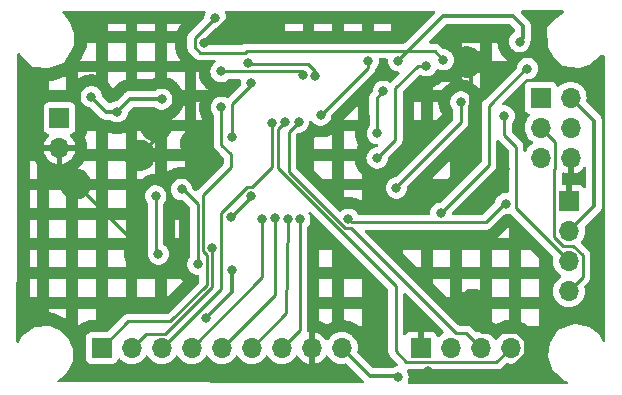
<source format=gbl>
%TF.GenerationSoftware,KiCad,Pcbnew,7.0.5*%
%TF.CreationDate,2024-01-17T23:55:02+05:30*%
%TF.ProjectId,mcu datalogger,6d637520-6461-4746-916c-6f676765722e,1*%
%TF.SameCoordinates,Original*%
%TF.FileFunction,Copper,L2,Bot*%
%TF.FilePolarity,Positive*%
%FSLAX46Y46*%
G04 Gerber Fmt 4.6, Leading zero omitted, Abs format (unit mm)*
G04 Created by KiCad (PCBNEW 7.0.5) date 2024-01-17 23:55:02*
%MOMM*%
%LPD*%
G01*
G04 APERTURE LIST*
%TA.AperFunction,ComponentPad*%
%ADD10R,1.700000X1.700000*%
%TD*%
%TA.AperFunction,ComponentPad*%
%ADD11O,1.700000X1.700000*%
%TD*%
%TA.AperFunction,ViaPad*%
%ADD12C,0.800000*%
%TD*%
%TA.AperFunction,Conductor*%
%ADD13C,0.350000*%
%TD*%
%TA.AperFunction,Conductor*%
%ADD14C,0.250000*%
%TD*%
G04 APERTURE END LIST*
D10*
%TO.P,J1,1,Pin_1*%
%TO.N,GND*%
X149326600Y-82448400D03*
D11*
%TO.P,J1,2,Pin_2*%
%TO.N,/Vcc*%
X149326600Y-84988400D03*
%TO.P,J1,3,Pin_3*%
%TO.N,/SDA*%
X149326600Y-87528400D03*
%TO.P,J1,4,Pin_4*%
%TO.N,/SCL*%
X149326600Y-90068400D03*
%TD*%
D10*
%TO.P,J2,1,Pin_1*%
%TO.N,/D2*%
X109778800Y-94869000D03*
D11*
%TO.P,J2,2,Pin_2*%
%TO.N,/D3*%
X112318800Y-94869000D03*
%TO.P,J2,3,Pin_3*%
%TO.N,/D4*%
X114858800Y-94869000D03*
%TO.P,J2,4,Pin_4*%
%TO.N,/D5*%
X117398800Y-94869000D03*
%TO.P,J2,5,Pin_5*%
%TO.N,/D6*%
X119938800Y-94869000D03*
%TO.P,J2,6,Pin_6*%
%TO.N,/D7*%
X122478800Y-94869000D03*
%TO.P,J2,7,Pin_7*%
%TO.N,/D8*%
X125018800Y-94869000D03*
%TO.P,J2,8,Pin_8*%
%TO.N,GND*%
X127558800Y-94869000D03*
%TO.P,J2,9,Pin_9*%
%TO.N,/Vcc*%
X130098800Y-94869000D03*
%TD*%
D10*
%TO.P,J3,1,Pin_1*%
%TO.N,GND*%
X136804400Y-94843600D03*
D11*
%TO.P,J3,2,Pin_2*%
%TO.N,/Vcc*%
X139344400Y-94843600D03*
%TO.P,J3,3,Pin_3*%
%TO.N,/RX*%
X141884400Y-94843600D03*
%TO.P,J3,4,Pin_4*%
%TO.N,/TX*%
X144424400Y-94843600D03*
%TD*%
D10*
%TO.P,J4,1,Pin_1*%
%TO.N,/MISO*%
X146939000Y-73685400D03*
D11*
%TO.P,J4,2,Pin_2*%
%TO.N,/Vcc*%
X149479000Y-73685400D03*
%TO.P,J4,3,Pin_3*%
%TO.N,/SCL*%
X146939000Y-76225400D03*
%TO.P,J4,4,Pin_4*%
%TO.N,/MOSI*%
X149479000Y-76225400D03*
%TO.P,J4,5,Pin_5*%
%TO.N,/RST*%
X146939000Y-78765400D03*
%TO.P,J4,6,Pin_6*%
%TO.N,GND*%
X149479000Y-78765400D03*
%TD*%
D10*
%TO.P,BT1,1,+*%
%TO.N,/Vcc*%
X106197400Y-75407600D03*
D11*
%TO.P,BT1,2,-*%
%TO.N,GND*%
X106197400Y-77947600D03*
%TD*%
D12*
%TO.N,GND*%
X114376200Y-76098400D03*
X113004600Y-78562200D03*
X140614400Y-83134200D03*
X140995400Y-77012800D03*
X141198600Y-91186000D03*
X117703600Y-77597000D03*
X143916400Y-79705200D03*
X137414000Y-96843100D03*
X140690600Y-70662800D03*
X107569000Y-81000600D03*
X112953800Y-86918800D03*
X118414800Y-69088000D03*
X119278400Y-79273400D03*
X123344309Y-66886409D03*
%TO.N,/Vcc*%
X145161000Y-68935600D03*
X120827800Y-88315800D03*
X108889800Y-73609200D03*
X111074200Y-74879200D03*
X119380000Y-66903600D03*
X114858800Y-73812400D03*
X137261600Y-70967600D03*
X122453400Y-72444100D03*
X138709400Y-70485000D03*
X118592600Y-92354400D03*
X133096000Y-78790800D03*
X134899400Y-70561200D03*
X120815700Y-76987400D03*
X134856993Y-97332800D03*
%TO.N,Net-(U4-PB7)*%
X122377200Y-81991200D03*
X120726200Y-83820000D03*
%TO.N,Net-(U4-AREF)*%
X133629400Y-73152000D03*
X133121400Y-76708000D03*
%TO.N,Net-(D1-A)*%
X134721600Y-81330800D03*
X140182600Y-74041000D03*
%TO.N,/SDA*%
X117906800Y-87782400D03*
X116535200Y-81457800D03*
X127838200Y-71856600D03*
X122144250Y-70733400D03*
X143840200Y-75234800D03*
%TO.N,/SCL*%
X114350800Y-82016600D03*
X119888000Y-71457900D03*
X114579400Y-86918800D03*
X132334000Y-70561200D03*
X126796800Y-71729600D03*
X128320800Y-75158600D03*
%TO.N,/D2*%
X119913400Y-74498200D03*
%TO.N,/D3*%
X119112700Y-86410800D03*
%TO.N,/D4*%
X124150901Y-75840101D03*
%TO.N,/D5*%
X123367800Y-83997800D03*
%TO.N,/D6*%
X124434600Y-83870800D03*
%TO.N,/D7*%
X125526800Y-83947000D03*
%TO.N,/D8*%
X126542800Y-83997800D03*
%TO.N,/RX*%
X126441200Y-75742800D03*
%TO.N,/TX*%
X125298200Y-75717400D03*
%TO.N,/MISO*%
X138480800Y-83464400D03*
X145821400Y-71221600D03*
%TO.N,/MOSI*%
X143992600Y-82651600D03*
X130657600Y-83972400D03*
%TD*%
D13*
%TO.N,GND*%
X113004600Y-86436200D02*
X112953800Y-86918800D01*
X141007600Y-74382727D02*
X141007600Y-70979800D01*
X140614400Y-83032600D02*
X140614400Y-83134200D01*
X140970000Y-74420327D02*
X141007600Y-74382727D01*
X144952523Y-93568600D02*
X141955600Y-93568600D01*
X140970000Y-77012800D02*
X140970000Y-74420327D01*
X114376200Y-76098400D02*
X114401600Y-76657200D01*
X113004600Y-78562200D02*
X114401600Y-77165200D01*
X143992600Y-79654400D02*
X143941800Y-79705200D01*
X120650000Y-66852800D02*
X123342400Y-66852800D01*
X141007600Y-70979800D02*
X140690600Y-70662800D01*
X145699400Y-94315477D02*
X144952523Y-93568600D01*
X145699400Y-95371723D02*
X145699400Y-94315477D01*
X137827500Y-97256600D02*
X143814523Y-97256600D01*
X143916400Y-79730600D02*
X140614400Y-83032600D01*
X107569000Y-81000600D02*
X113004600Y-86436200D01*
X143814523Y-97256600D02*
X145699400Y-95371723D01*
X143916400Y-79705200D02*
X143916400Y-79730600D01*
X140690600Y-70662800D02*
X140919200Y-70891400D01*
X141198600Y-92811600D02*
X141198600Y-91186000D01*
X112953800Y-86918800D02*
X112903000Y-87096600D01*
X137414000Y-96843100D02*
X137827500Y-97256600D01*
X114401600Y-77165200D02*
X114376200Y-76098400D01*
X143941800Y-79705200D02*
X143916400Y-79705200D01*
X117703600Y-77597000D02*
X119278400Y-79273400D01*
X141955600Y-93568600D02*
X141198600Y-92811600D01*
X118414800Y-69088000D02*
X120650000Y-66852800D01*
%TO.N,/Vcc*%
X120827800Y-90119200D02*
X120827800Y-88315800D01*
X114858800Y-73812400D02*
X112141000Y-73812400D01*
D14*
X134620000Y-72898000D02*
X136550400Y-70967600D01*
D13*
X145110200Y-68935600D02*
X145262600Y-68783200D01*
D14*
X120815700Y-74256300D02*
X120815700Y-76987400D01*
X133096000Y-78790800D02*
X134620000Y-77266800D01*
D13*
X108889800Y-73609200D02*
X110159800Y-74879200D01*
X132498100Y-97268300D02*
X130098800Y-94869000D01*
D14*
X121945284Y-69863000D02*
X122081584Y-69726700D01*
D13*
X112141000Y-73812400D02*
X111074200Y-74879200D01*
D14*
X117639800Y-69409016D02*
X118093784Y-69863000D01*
X136550400Y-70967600D02*
X137261600Y-70967600D01*
D13*
X110159800Y-74879200D02*
X111074200Y-74879200D01*
D14*
X122081584Y-69726700D02*
X137951100Y-69726700D01*
X122453400Y-72444100D02*
X122453400Y-72618600D01*
X137951100Y-69726700D02*
X138709400Y-70485000D01*
D13*
X151460200Y-75666600D02*
X151460200Y-82854800D01*
X134856993Y-97268300D02*
X132498100Y-97268300D01*
X138709400Y-66751200D02*
X144576800Y-66751200D01*
D14*
X117639800Y-68643800D02*
X117639800Y-69409016D01*
D13*
X145161000Y-68935600D02*
X145110200Y-68935600D01*
D14*
X119380000Y-66903600D02*
X117639800Y-68643800D01*
D13*
X134899400Y-70561200D02*
X138709400Y-66751200D01*
X145440400Y-67614800D02*
X145440400Y-68656200D01*
D14*
X122453400Y-72618600D02*
X120815700Y-74256300D01*
D13*
X151460200Y-82854800D02*
X149326600Y-84988400D01*
X145440400Y-68656200D02*
X145161000Y-68935600D01*
D14*
X118093784Y-69863000D02*
X121945284Y-69863000D01*
D13*
X144576800Y-66751200D02*
X145440400Y-67614800D01*
X149479000Y-73685400D02*
X151460200Y-75666600D01*
D14*
X134620000Y-77266800D02*
X134620000Y-72898000D01*
D13*
X118592600Y-92354400D02*
X120827800Y-90119200D01*
D14*
%TO.N,Net-(U4-PB7)*%
X120726200Y-83820000D02*
X122250200Y-82296000D01*
X122250200Y-82296000D02*
X122377200Y-81991200D01*
%TO.N,Net-(U4-AREF)*%
X133629400Y-73152000D02*
X133045200Y-73736200D01*
X133045200Y-73736200D02*
X133121400Y-76708000D01*
%TO.N,Net-(D1-A)*%
X140182600Y-75768200D02*
X134721600Y-81229200D01*
X140182600Y-74041000D02*
X140182600Y-75768200D01*
%TO.N,/SDA*%
X122144250Y-70733400D02*
X122251450Y-70840600D01*
X116662200Y-81457800D02*
X116535200Y-81457800D01*
X117906800Y-87782400D02*
X117906800Y-82702400D01*
X143865600Y-75234800D02*
X143865600Y-76860400D01*
X143865600Y-76860400D02*
X144856200Y-77851000D01*
X117906800Y-82702400D02*
X116662200Y-81457800D01*
X116535200Y-81457800D02*
X116535200Y-81330800D01*
X116535200Y-81330800D02*
X116636800Y-81432400D01*
X144856200Y-77851000D02*
X144856200Y-83058000D01*
X127838200Y-71450200D02*
X127838200Y-71856600D01*
X127228600Y-70840600D02*
X127838200Y-71450200D01*
X144856200Y-83058000D02*
X149326600Y-87528400D01*
X122251450Y-70840600D02*
X127228600Y-70840600D01*
%TO.N,/SCL*%
X126796800Y-71729600D02*
X126525100Y-71457900D01*
X148819188Y-86213400D02*
X149688000Y-86213400D01*
X150501600Y-88893400D02*
X149326600Y-90068400D01*
X132334000Y-70561200D02*
X132334000Y-71145400D01*
X132334000Y-71145400D02*
X128320800Y-75158600D01*
X148114000Y-79706000D02*
X148101600Y-79718400D01*
X149688000Y-86213400D02*
X150501600Y-87027000D01*
X126525100Y-71457900D02*
X119888000Y-71457900D01*
X148101600Y-79718400D02*
X148101600Y-85495812D01*
X150501600Y-87027000D02*
X150501600Y-88893400D01*
X148114000Y-77400400D02*
X148114000Y-79706000D01*
X146939000Y-76225400D02*
X148114000Y-77400400D01*
X148101600Y-85495812D02*
X148819188Y-86213400D01*
X114350800Y-86690200D02*
X114350800Y-82016600D01*
X114579400Y-86918800D02*
X114350800Y-86690200D01*
%TO.N,/D2*%
X120726200Y-79578200D02*
X120726200Y-78486000D01*
X119913400Y-77673200D02*
X119913400Y-74498200D01*
X118387700Y-81916700D02*
X120726200Y-79578200D01*
X112014000Y-92633800D02*
X115595400Y-92633800D01*
X118662700Y-86986105D02*
X118387700Y-86711105D01*
X115595400Y-92633800D02*
X118662700Y-89566500D01*
X109778800Y-94869000D02*
X112014000Y-92633800D01*
X120726200Y-78486000D02*
X119913400Y-77673200D01*
X118662700Y-89566500D02*
X118662700Y-86986105D01*
X118387700Y-86711105D02*
X118387700Y-81916700D01*
%TO.N,/D3*%
X119112700Y-86410800D02*
X119112700Y-89752896D01*
X113493800Y-93694000D02*
X112318800Y-94869000D01*
X119112700Y-89752896D02*
X115171596Y-93694000D01*
X115171596Y-93694000D02*
X113493800Y-93694000D01*
%TO.N,/D4*%
X122467200Y-81240800D02*
X122076895Y-81240800D01*
X119837200Y-89890600D02*
X114858800Y-94869000D01*
X124150901Y-79557099D02*
X122467200Y-81240800D01*
X122076895Y-81240800D02*
X119837200Y-83480495D01*
X124150901Y-75840101D02*
X124150901Y-79557099D01*
X119837200Y-83480495D02*
X119837200Y-89890600D01*
%TO.N,/D5*%
X123367800Y-88900000D02*
X123367800Y-83997800D01*
X117398800Y-94869000D02*
X123367800Y-88900000D01*
%TO.N,/D6*%
X119938800Y-94869000D02*
X124434600Y-90373200D01*
X124434600Y-90373200D02*
X124434600Y-83870800D01*
%TO.N,/D7*%
X125399800Y-91948000D02*
X125526800Y-83947000D01*
X122478800Y-94869000D02*
X125399800Y-91948000D01*
%TO.N,/D8*%
X126542800Y-93345000D02*
X126542800Y-83997800D01*
X125018800Y-94869000D02*
X126542800Y-93345000D01*
%TO.N,/RX*%
X125603000Y-76581000D02*
X125603000Y-79943105D01*
X130408095Y-84748200D02*
X130874600Y-84748200D01*
X125603000Y-79943105D02*
X130408095Y-84748200D01*
X130874600Y-84748200D02*
X139745000Y-93618600D01*
X139745000Y-93618600D02*
X140659400Y-93618600D01*
X140659400Y-93618600D02*
X141884400Y-94843600D01*
X126441200Y-75742800D02*
X125603000Y-76581000D01*
%TO.N,/TX*%
X134670800Y-95160000D02*
X135579400Y-96068600D01*
X124663200Y-76352400D02*
X124663200Y-79639701D01*
X125298200Y-75717400D02*
X124663200Y-76352400D01*
X124663200Y-79639701D02*
X134670800Y-89647301D01*
X143199400Y-96068600D02*
X144424400Y-94843600D01*
X134670800Y-89647301D02*
X134670800Y-95160000D01*
X135579400Y-96068600D02*
X143199400Y-96068600D01*
%TO.N,/MISO*%
X142570200Y-74371200D02*
X142570200Y-79375000D01*
X142570200Y-79375000D02*
X138480800Y-83464400D01*
X145821400Y-71120000D02*
X142570200Y-74371200D01*
%TO.N,/MOSI*%
X143941800Y-82600800D02*
X142302400Y-84240200D01*
X142302400Y-84240200D02*
X130925400Y-84240200D01*
X130925400Y-84240200D02*
X130657600Y-83972400D01*
%TD*%
%TA.AperFunction,Conductor*%
%TO.N,GND*%
G36*
X148889034Y-66313722D02*
G01*
X148934852Y-66366471D01*
X148944878Y-66435618D01*
X148915929Y-66499208D01*
X148893941Y-66519199D01*
X148031200Y-67132199D01*
X147497800Y-67792599D01*
X147548600Y-69367400D01*
X147954998Y-70180198D01*
X147955000Y-70180200D01*
X148818600Y-70993000D01*
X150164800Y-71170800D01*
X151028400Y-70891400D01*
X152061907Y-70103965D01*
X152127162Y-70078995D01*
X152137056Y-70078600D01*
X152276128Y-70078600D01*
X152343167Y-70098285D01*
X152388922Y-70151089D01*
X152400127Y-70202470D01*
X152408537Y-78368144D01*
X152424857Y-94215515D01*
X152405241Y-94282575D01*
X152352485Y-94328384D01*
X152283336Y-94338399D01*
X152219751Y-94309440D01*
X152189948Y-94271097D01*
X152168009Y-94227219D01*
X151917400Y-93726000D01*
X151003000Y-93091000D01*
X151002998Y-93090999D01*
X149917263Y-92891579D01*
X149758400Y-92862400D01*
X149758399Y-92862400D01*
X148437599Y-93370400D01*
X147726399Y-94462599D01*
X147548599Y-95580199D01*
X147980400Y-96799401D01*
X148470472Y-97205801D01*
X149021800Y-97663000D01*
X149171754Y-97692455D01*
X149233742Y-97724692D01*
X149268462Y-97785325D01*
X149264889Y-97855103D01*
X149224159Y-97911873D01*
X149159202Y-97937610D01*
X149147446Y-97938129D01*
X135787080Y-97894132D01*
X135720105Y-97874227D01*
X135674525Y-97821273D01*
X135664809Y-97752082D01*
X135680101Y-97708134D01*
X135684172Y-97701084D01*
X135742667Y-97521056D01*
X135762453Y-97332800D01*
X135742667Y-97144544D01*
X135684172Y-96964516D01*
X135635434Y-96880099D01*
X135618962Y-96812199D01*
X135641815Y-96746172D01*
X135696737Y-96702982D01*
X135742822Y-96694100D01*
X143116657Y-96694100D01*
X143132277Y-96695824D01*
X143132304Y-96695539D01*
X143140066Y-96696273D01*
X143140066Y-96696272D01*
X143140067Y-96696273D01*
X143143399Y-96696168D01*
X143208247Y-96694131D01*
X143210194Y-96694100D01*
X143238747Y-96694100D01*
X143238750Y-96694100D01*
X143245628Y-96693230D01*
X143251441Y-96692772D01*
X143298027Y-96691309D01*
X143317269Y-96685717D01*
X143336312Y-96681774D01*
X143356192Y-96679264D01*
X143399522Y-96662107D01*
X143405046Y-96660217D01*
X143408796Y-96659127D01*
X143449790Y-96647218D01*
X143467029Y-96637022D01*
X143484503Y-96628462D01*
X143503127Y-96621088D01*
X143503127Y-96621087D01*
X143503132Y-96621086D01*
X143540849Y-96593682D01*
X143545705Y-96590492D01*
X143585820Y-96566770D01*
X143599989Y-96552599D01*
X143614779Y-96539968D01*
X143630987Y-96528194D01*
X143660699Y-96492276D01*
X143664612Y-96487976D01*
X143968753Y-96183835D01*
X144030074Y-96150352D01*
X144088525Y-96151743D01*
X144123180Y-96161028D01*
X144188992Y-96178663D01*
X144377318Y-96195139D01*
X144424399Y-96199259D01*
X144424400Y-96199259D01*
X144424401Y-96199259D01*
X144463634Y-96195826D01*
X144659808Y-96178663D01*
X144888063Y-96117503D01*
X145102230Y-96017635D01*
X145295801Y-95882095D01*
X145462895Y-95715001D01*
X145598435Y-95521430D01*
X145698303Y-95307263D01*
X145759463Y-95079008D01*
X145780059Y-94843600D01*
X145759463Y-94608192D01*
X145705079Y-94405225D01*
X145698305Y-94379944D01*
X145698304Y-94379943D01*
X145698303Y-94379937D01*
X145598435Y-94165771D01*
X145592825Y-94157758D01*
X145462894Y-93972197D01*
X145295802Y-93805106D01*
X145295795Y-93805101D01*
X145269921Y-93786984D01*
X145222099Y-93753498D01*
X145102234Y-93669567D01*
X145102230Y-93669565D01*
X144996984Y-93620488D01*
X144888063Y-93569697D01*
X144888059Y-93569696D01*
X144888055Y-93569694D01*
X144659813Y-93508538D01*
X144659803Y-93508536D01*
X144424401Y-93487941D01*
X144424399Y-93487941D01*
X144188996Y-93508536D01*
X144188986Y-93508538D01*
X143960744Y-93569694D01*
X143960735Y-93569698D01*
X143746571Y-93669564D01*
X143746569Y-93669565D01*
X143552997Y-93805105D01*
X143385905Y-93972197D01*
X143255975Y-94157758D01*
X143201398Y-94201383D01*
X143131900Y-94208577D01*
X143069545Y-94177054D01*
X143052825Y-94157758D01*
X142922894Y-93972197D01*
X142755802Y-93805106D01*
X142755795Y-93805101D01*
X142729921Y-93786984D01*
X142682099Y-93753498D01*
X142562234Y-93669567D01*
X142562230Y-93669565D01*
X142456984Y-93620488D01*
X142348063Y-93569697D01*
X142348059Y-93569696D01*
X142348055Y-93569694D01*
X142119813Y-93508538D01*
X142119803Y-93508536D01*
X141884401Y-93487941D01*
X141884399Y-93487941D01*
X141648996Y-93508536D01*
X141648986Y-93508538D01*
X141548526Y-93535456D01*
X141478676Y-93533793D01*
X141428752Y-93503362D01*
X141309972Y-93384582D01*
X141160203Y-93234812D01*
X141150380Y-93222550D01*
X141150159Y-93222734D01*
X141145186Y-93216722D01*
X141095466Y-93170032D01*
X141094066Y-93168675D01*
X141073876Y-93148484D01*
X141068386Y-93144225D01*
X141063961Y-93140447D01*
X141029982Y-93108538D01*
X141029980Y-93108536D01*
X141029977Y-93108535D01*
X141012429Y-93098888D01*
X140996163Y-93088204D01*
X140980336Y-93075927D01*
X140980335Y-93075926D01*
X140980333Y-93075925D01*
X140937568Y-93057418D01*
X140932322Y-93054848D01*
X140891493Y-93032403D01*
X140891492Y-93032402D01*
X140872093Y-93027422D01*
X140853681Y-93021118D01*
X140835298Y-93013162D01*
X140835292Y-93013160D01*
X140789274Y-93005872D01*
X140783552Y-93004687D01*
X140738421Y-92993100D01*
X140738419Y-92993100D01*
X140718384Y-92993100D01*
X140698986Y-92991573D01*
X140691562Y-92990397D01*
X140679205Y-92988440D01*
X140679204Y-92988440D01*
X140632816Y-92992825D01*
X140626978Y-92993100D01*
X140055452Y-92993100D01*
X139988413Y-92973415D01*
X139967771Y-92956781D01*
X138553107Y-91542117D01*
X142789424Y-91542117D01*
X142789424Y-92674335D01*
X143004963Y-92774843D01*
X143007388Y-92776040D01*
X143038808Y-92792395D01*
X143041178Y-92793696D01*
X143081245Y-92816826D01*
X143083560Y-92818231D01*
X143113457Y-92837277D01*
X143115707Y-92838781D01*
X143154399Y-92865874D01*
X143193089Y-92838784D01*
X143195339Y-92837280D01*
X143225219Y-92818245D01*
X143227531Y-92816843D01*
X143267594Y-92793712D01*
X143269965Y-92792410D01*
X143301401Y-92776045D01*
X143303828Y-92774848D01*
X143559918Y-92655430D01*
X143562394Y-92654341D01*
X143595113Y-92640788D01*
X143597631Y-92639809D01*
X143641104Y-92623983D01*
X143643669Y-92623112D01*
X143677486Y-92612449D01*
X143680085Y-92611691D01*
X143953041Y-92538555D01*
X143955668Y-92537912D01*
X143990267Y-92530241D01*
X143992922Y-92529714D01*
X144038481Y-92521681D01*
X144041155Y-92521269D01*
X144076279Y-92516645D01*
X144078968Y-92516351D01*
X144291424Y-92497763D01*
X144291424Y-91542117D01*
X145289424Y-91542117D01*
X145289424Y-92655682D01*
X145544963Y-92774843D01*
X145547388Y-92776040D01*
X145578808Y-92792395D01*
X145581178Y-92793696D01*
X145621245Y-92816826D01*
X145623560Y-92818231D01*
X145653457Y-92837277D01*
X145655706Y-92838780D01*
X145887186Y-93000864D01*
X145889369Y-93002465D01*
X145917496Y-93024048D01*
X145919606Y-93025742D01*
X145941503Y-93044117D01*
X146791424Y-93044117D01*
X146791424Y-91542117D01*
X145289424Y-91542117D01*
X144291424Y-91542117D01*
X142789424Y-91542117D01*
X138553107Y-91542117D01*
X136053108Y-89042117D01*
X137789424Y-89042117D01*
X137789424Y-89367049D01*
X138966491Y-90544117D01*
X139291424Y-90544117D01*
X139291424Y-89042117D01*
X140289424Y-89042117D01*
X140289424Y-90223235D01*
X140388802Y-90132640D01*
X140407062Y-90118850D01*
X140596144Y-90001775D01*
X140616628Y-89991575D01*
X140824004Y-89911237D01*
X140846013Y-89904975D01*
X141064619Y-89864111D01*
X141087404Y-89862000D01*
X141309796Y-89862000D01*
X141332581Y-89864111D01*
X141551187Y-89904975D01*
X141573196Y-89911237D01*
X141780572Y-89991575D01*
X141791424Y-89996978D01*
X141791424Y-89042117D01*
X142789424Y-89042117D01*
X142789424Y-90544117D01*
X144291424Y-90544117D01*
X144291424Y-89042117D01*
X145289424Y-89042117D01*
X145289424Y-90544117D01*
X146791424Y-90544117D01*
X146791424Y-89042117D01*
X145289424Y-89042117D01*
X144291424Y-89042117D01*
X142789424Y-89042117D01*
X141791424Y-89042117D01*
X140289424Y-89042117D01*
X139291424Y-89042117D01*
X137789424Y-89042117D01*
X136053108Y-89042117D01*
X133553108Y-86542117D01*
X135289424Y-86542117D01*
X135289424Y-86867049D01*
X136466492Y-88044117D01*
X136791424Y-88044117D01*
X136791424Y-86542117D01*
X137789424Y-86542117D01*
X137789424Y-88044117D01*
X139291424Y-88044117D01*
X139291424Y-86542117D01*
X140289424Y-86542117D01*
X140289424Y-88044117D01*
X141791424Y-88044117D01*
X141791424Y-86542117D01*
X142789424Y-86542117D01*
X142789424Y-88044117D01*
X144291424Y-88044117D01*
X144291424Y-86542117D01*
X145289424Y-86542117D01*
X145289424Y-88044117D01*
X146791424Y-88044117D01*
X146791424Y-87289198D01*
X146044342Y-86542117D01*
X145289424Y-86542117D01*
X144291424Y-86542117D01*
X142789424Y-86542117D01*
X141791424Y-86542117D01*
X140289424Y-86542117D01*
X139291424Y-86542117D01*
X137789424Y-86542117D01*
X136791424Y-86542117D01*
X135289424Y-86542117D01*
X133553108Y-86542117D01*
X132555108Y-85544117D01*
X143278363Y-85544117D01*
X144291424Y-85544117D01*
X144291424Y-84789198D01*
X144170398Y-84668172D01*
X143504540Y-85334030D01*
X143481742Y-85361593D01*
X143479164Y-85364517D01*
X143444220Y-85401730D01*
X143441464Y-85404486D01*
X143392869Y-85450120D01*
X143389945Y-85452698D01*
X143359476Y-85477902D01*
X143329844Y-85504030D01*
X143326839Y-85506516D01*
X143278363Y-85544117D01*
X132555108Y-85544117D01*
X132088372Y-85077381D01*
X132054887Y-85016058D01*
X132059871Y-84946366D01*
X132101743Y-84890433D01*
X132167207Y-84866016D01*
X132176053Y-84865700D01*
X142219657Y-84865700D01*
X142235277Y-84867424D01*
X142235304Y-84867139D01*
X142243066Y-84867873D01*
X142243066Y-84867872D01*
X142243067Y-84867873D01*
X142246399Y-84867768D01*
X142311247Y-84865731D01*
X142313194Y-84865700D01*
X142341747Y-84865700D01*
X142341750Y-84865700D01*
X142348628Y-84864830D01*
X142354441Y-84864372D01*
X142401027Y-84862909D01*
X142420269Y-84857317D01*
X142439312Y-84853374D01*
X142459192Y-84850864D01*
X142502522Y-84833707D01*
X142508046Y-84831817D01*
X142511796Y-84830727D01*
X142552790Y-84818818D01*
X142570029Y-84808622D01*
X142587503Y-84800062D01*
X142606127Y-84792688D01*
X142606127Y-84792687D01*
X142606132Y-84792686D01*
X142643849Y-84765282D01*
X142648705Y-84762092D01*
X142688820Y-84738370D01*
X142702989Y-84724199D01*
X142717779Y-84711568D01*
X142733987Y-84699794D01*
X142763699Y-84663876D01*
X142767612Y-84659576D01*
X143838769Y-83588419D01*
X143900093Y-83554934D01*
X143926451Y-83552100D01*
X144087244Y-83552100D01*
X144087246Y-83552100D01*
X144272403Y-83512744D01*
X144301071Y-83499979D01*
X144370319Y-83490694D01*
X144433596Y-83520322D01*
X144439188Y-83525578D01*
X147986361Y-87072752D01*
X148019846Y-87134075D01*
X148018455Y-87192524D01*
X147991537Y-87292989D01*
X147991537Y-87292990D01*
X147970941Y-87528399D01*
X147970941Y-87528400D01*
X147991536Y-87763803D01*
X147991538Y-87763813D01*
X148052694Y-87992055D01*
X148052696Y-87992059D01*
X148052697Y-87992063D01*
X148152565Y-88206229D01*
X148152565Y-88206230D01*
X148152567Y-88206234D01*
X148288101Y-88399795D01*
X148288106Y-88399802D01*
X148455197Y-88566893D01*
X148455203Y-88566898D01*
X148640758Y-88696825D01*
X148684383Y-88751402D01*
X148691577Y-88820900D01*
X148660054Y-88883255D01*
X148640758Y-88899975D01*
X148455197Y-89029905D01*
X148288105Y-89196997D01*
X148152565Y-89390569D01*
X148152564Y-89390571D01*
X148052698Y-89604735D01*
X148052694Y-89604744D01*
X147991538Y-89832986D01*
X147991536Y-89832996D01*
X147970941Y-90068399D01*
X147970941Y-90068400D01*
X147991536Y-90303803D01*
X147991538Y-90303813D01*
X148052694Y-90532055D01*
X148052696Y-90532059D01*
X148052697Y-90532063D01*
X148058318Y-90544117D01*
X148152565Y-90746230D01*
X148152567Y-90746234D01*
X148260881Y-90900921D01*
X148288105Y-90939801D01*
X148455199Y-91106895D01*
X148551984Y-91174665D01*
X148648765Y-91242432D01*
X148648767Y-91242433D01*
X148648770Y-91242435D01*
X148862937Y-91342303D01*
X149091192Y-91403463D01*
X149279518Y-91419939D01*
X149326599Y-91424059D01*
X149326600Y-91424059D01*
X149326601Y-91424059D01*
X149365834Y-91420626D01*
X149562008Y-91403463D01*
X149790263Y-91342303D01*
X150004430Y-91242435D01*
X150198001Y-91106895D01*
X150365095Y-90939801D01*
X150500635Y-90746230D01*
X150600503Y-90532063D01*
X150661663Y-90303808D01*
X150682259Y-90068400D01*
X150661663Y-89832992D01*
X150634743Y-89732523D01*
X150636406Y-89662677D01*
X150666835Y-89612754D01*
X150885388Y-89394201D01*
X150897642Y-89384386D01*
X150897459Y-89384164D01*
X150903468Y-89379191D01*
X150903477Y-89379186D01*
X150950207Y-89329422D01*
X150951446Y-89328143D01*
X150971720Y-89307871D01*
X150975979Y-89302378D01*
X150979752Y-89297961D01*
X151011662Y-89263982D01*
X151021315Y-89246420D01*
X151031989Y-89230170D01*
X151044273Y-89214336D01*
X151062780Y-89171567D01*
X151065349Y-89166324D01*
X151067553Y-89162313D01*
X151087797Y-89125492D01*
X151092777Y-89106091D01*
X151099078Y-89087688D01*
X151107038Y-89069296D01*
X151114330Y-89023249D01*
X151115511Y-89017552D01*
X151127100Y-88972419D01*
X151127100Y-88952382D01*
X151128627Y-88932982D01*
X151131760Y-88913204D01*
X151127375Y-88866815D01*
X151127100Y-88860977D01*
X151127100Y-87109738D01*
X151128824Y-87094124D01*
X151128538Y-87094097D01*
X151129272Y-87086334D01*
X151127131Y-87018171D01*
X151127100Y-87016224D01*
X151127100Y-86987651D01*
X151127100Y-86987650D01*
X151126229Y-86980759D01*
X151125772Y-86974945D01*
X151124309Y-86928372D01*
X151118722Y-86909144D01*
X151114774Y-86890084D01*
X151112264Y-86870208D01*
X151095107Y-86826875D01*
X151093219Y-86821359D01*
X151080219Y-86776612D01*
X151070018Y-86759363D01*
X151061460Y-86741894D01*
X151054086Y-86723268D01*
X151054083Y-86723264D01*
X151054083Y-86723263D01*
X151026698Y-86685571D01*
X151023490Y-86680687D01*
X150999772Y-86640582D01*
X150999763Y-86640571D01*
X150985605Y-86626413D01*
X150972970Y-86611620D01*
X150961193Y-86595412D01*
X150925293Y-86565713D01*
X150920981Y-86561790D01*
X150378497Y-86019306D01*
X150345012Y-85957983D01*
X150349996Y-85888291D01*
X150364604Y-85860501D01*
X150365092Y-85859803D01*
X150365095Y-85859801D01*
X150500635Y-85666230D01*
X150600503Y-85452063D01*
X150661663Y-85223808D01*
X150682259Y-84988400D01*
X150661663Y-84752992D01*
X150649685Y-84708293D01*
X150651349Y-84638443D01*
X150681778Y-84588521D01*
X151922113Y-83348186D01*
X151924805Y-83345652D01*
X151969532Y-83306029D01*
X152003469Y-83256859D01*
X152005672Y-83253866D01*
X152042526Y-83206828D01*
X152046372Y-83198280D01*
X152057397Y-83178735D01*
X152062717Y-83171027D01*
X152062716Y-83171027D01*
X152062718Y-83171026D01*
X152083905Y-83115158D01*
X152085332Y-83111716D01*
X152109847Y-83057246D01*
X152109847Y-83057245D01*
X152109850Y-83057239D01*
X152111538Y-83048021D01*
X152117566Y-83026403D01*
X152120888Y-83017645D01*
X152128089Y-82958340D01*
X152128653Y-82954636D01*
X152134052Y-82925171D01*
X152139419Y-82895885D01*
X152136785Y-82852344D01*
X152135813Y-82836266D01*
X152135700Y-82832522D01*
X152135700Y-75688877D01*
X152135813Y-75685133D01*
X152139419Y-75625515D01*
X152131661Y-75583183D01*
X152128651Y-75566758D01*
X152128089Y-75563063D01*
X152127087Y-75554813D01*
X152120888Y-75503755D01*
X152117563Y-75494989D01*
X152111538Y-75473376D01*
X152109850Y-75464161D01*
X152085326Y-75409670D01*
X152083903Y-75406234D01*
X152062718Y-75350374D01*
X152057398Y-75342666D01*
X152046371Y-75323115D01*
X152042526Y-75314572D01*
X152023633Y-75290457D01*
X152005686Y-75267549D01*
X152003465Y-75264532D01*
X151969533Y-75215372D01*
X151924824Y-75175763D01*
X151922112Y-75173211D01*
X150834180Y-74085279D01*
X150800695Y-74023956D01*
X150802087Y-73965503D01*
X150814061Y-73920815D01*
X150814060Y-73920815D01*
X150814063Y-73920808D01*
X150834659Y-73685400D01*
X150814063Y-73449992D01*
X150755137Y-73230074D01*
X150752905Y-73221744D01*
X150752904Y-73221743D01*
X150752903Y-73221737D01*
X150653035Y-73007571D01*
X150637749Y-72985739D01*
X150517494Y-72813997D01*
X150350402Y-72646906D01*
X150350395Y-72646901D01*
X150334091Y-72635485D01*
X150304203Y-72614557D01*
X150156834Y-72511367D01*
X150156830Y-72511365D01*
X150087661Y-72479111D01*
X149942663Y-72411497D01*
X149942659Y-72411496D01*
X149942655Y-72411494D01*
X149714413Y-72350338D01*
X149714403Y-72350336D01*
X149479001Y-72329741D01*
X149478999Y-72329741D01*
X149243596Y-72350336D01*
X149243586Y-72350338D01*
X149015344Y-72411494D01*
X149015337Y-72411496D01*
X149015337Y-72411497D01*
X149004769Y-72416425D01*
X148801171Y-72511364D01*
X148801169Y-72511365D01*
X148607600Y-72646903D01*
X148485673Y-72768830D01*
X148424350Y-72802314D01*
X148354658Y-72797330D01*
X148298725Y-72755458D01*
X148281810Y-72724481D01*
X148232797Y-72593071D01*
X148232793Y-72593064D01*
X148146547Y-72477855D01*
X148146544Y-72477852D01*
X148031335Y-72391606D01*
X148031328Y-72391602D01*
X147896482Y-72341308D01*
X147896483Y-72341308D01*
X147836883Y-72334901D01*
X147836881Y-72334900D01*
X147836873Y-72334900D01*
X147836865Y-72334900D01*
X146094677Y-72334900D01*
X146027638Y-72315215D01*
X145997217Y-72280108D01*
X145975665Y-72327303D01*
X145925285Y-72362282D01*
X145846671Y-72391602D01*
X145846664Y-72391606D01*
X145731455Y-72477852D01*
X145731452Y-72477855D01*
X145645206Y-72593064D01*
X145645202Y-72593071D01*
X145594908Y-72727917D01*
X145588501Y-72787516D01*
X145588500Y-72787535D01*
X145588500Y-74583270D01*
X145588501Y-74583276D01*
X145594908Y-74642883D01*
X145645202Y-74777728D01*
X145645206Y-74777735D01*
X145731452Y-74892944D01*
X145731455Y-74892947D01*
X145846664Y-74979193D01*
X145846671Y-74979197D01*
X145978081Y-75028210D01*
X146034015Y-75070081D01*
X146058432Y-75135545D01*
X146043580Y-75203818D01*
X146022430Y-75232073D01*
X145900503Y-75354000D01*
X145764965Y-75547569D01*
X145764964Y-75547571D01*
X145665098Y-75761735D01*
X145665094Y-75761744D01*
X145603938Y-75989986D01*
X145603936Y-75989996D01*
X145583341Y-76225399D01*
X145583341Y-76225400D01*
X145603936Y-76460803D01*
X145603938Y-76460813D01*
X145665094Y-76689055D01*
X145665096Y-76689059D01*
X145665097Y-76689063D01*
X145749569Y-76870214D01*
X145764965Y-76903230D01*
X145764967Y-76903234D01*
X145838121Y-77007708D01*
X145900501Y-77096796D01*
X145900506Y-77096802D01*
X146067597Y-77263893D01*
X146067603Y-77263898D01*
X146253158Y-77393825D01*
X146296783Y-77448402D01*
X146303977Y-77517900D01*
X146272454Y-77580255D01*
X146253158Y-77596975D01*
X146067597Y-77726905D01*
X145900505Y-77893997D01*
X145764965Y-78087569D01*
X145764964Y-78087571D01*
X145718082Y-78188111D01*
X145671910Y-78240550D01*
X145604716Y-78259702D01*
X145537835Y-78239486D01*
X145492500Y-78186321D01*
X145481700Y-78135706D01*
X145481700Y-77933742D01*
X145483424Y-77918122D01*
X145483139Y-77918096D01*
X145483873Y-77910333D01*
X145481731Y-77842152D01*
X145481700Y-77840205D01*
X145481700Y-77811654D01*
X145481700Y-77811650D01*
X145480831Y-77804772D01*
X145480372Y-77798943D01*
X145479511Y-77771551D01*
X145478909Y-77752373D01*
X145473322Y-77733144D01*
X145469374Y-77714084D01*
X145469180Y-77712550D01*
X145466864Y-77694208D01*
X145466863Y-77694206D01*
X145466863Y-77694204D01*
X145449712Y-77650887D01*
X145447819Y-77645358D01*
X145434818Y-77600609D01*
X145434816Y-77600606D01*
X145424623Y-77583371D01*
X145416061Y-77565894D01*
X145408687Y-77547270D01*
X145408686Y-77547268D01*
X145381279Y-77509545D01*
X145378088Y-77504686D01*
X145374663Y-77498895D01*
X145357596Y-77470035D01*
X145354372Y-77464583D01*
X145354365Y-77464574D01*
X145340206Y-77450415D01*
X145327568Y-77435619D01*
X145316430Y-77420289D01*
X145315794Y-77419413D01*
X145284818Y-77393788D01*
X145279888Y-77389709D01*
X145275576Y-77385786D01*
X144527419Y-76637628D01*
X144493934Y-76576305D01*
X144491100Y-76549947D01*
X144491100Y-75905277D01*
X144510785Y-75838238D01*
X144522943Y-75822312D01*
X144572733Y-75767016D01*
X144667379Y-75603084D01*
X144725874Y-75423056D01*
X144745660Y-75234800D01*
X144725874Y-75046544D01*
X144667379Y-74866516D01*
X144572733Y-74702584D01*
X144446071Y-74561912D01*
X144446070Y-74561911D01*
X144292934Y-74450651D01*
X144292929Y-74450648D01*
X144120007Y-74373657D01*
X144120002Y-74373655D01*
X143955810Y-74338756D01*
X143934846Y-74334300D01*
X143791051Y-74334300D01*
X143724012Y-74314615D01*
X143678257Y-74261811D01*
X143668313Y-74192653D01*
X143697338Y-74129097D01*
X143703370Y-74122619D01*
X144545805Y-73280185D01*
X145667570Y-72158419D01*
X145728894Y-72124934D01*
X145755252Y-72122100D01*
X145881952Y-72122100D01*
X145948991Y-72141785D01*
X145979411Y-72176891D01*
X146000964Y-72129697D01*
X146059742Y-72091923D01*
X146068871Y-72089616D01*
X146101203Y-72082744D01*
X146274130Y-72005751D01*
X146427271Y-71894488D01*
X146553933Y-71753816D01*
X146648579Y-71589884D01*
X146707074Y-71409856D01*
X146726860Y-71221600D01*
X146707074Y-71033344D01*
X146648579Y-70853316D01*
X146553933Y-70689384D01*
X146427271Y-70548712D01*
X146427270Y-70548711D01*
X146274134Y-70437451D01*
X146274129Y-70437448D01*
X146101207Y-70360457D01*
X146101202Y-70360455D01*
X145954808Y-70329339D01*
X145916046Y-70321100D01*
X145726754Y-70321100D01*
X145694297Y-70327998D01*
X145541597Y-70360455D01*
X145541592Y-70360457D01*
X145368670Y-70437448D01*
X145368665Y-70437451D01*
X145215529Y-70548711D01*
X145088866Y-70689385D01*
X144994221Y-70853315D01*
X144994218Y-70853322D01*
X144935727Y-71033339D01*
X144935726Y-71033341D01*
X144930011Y-71087718D01*
X144903425Y-71152333D01*
X144894371Y-71162436D01*
X142186408Y-73870399D01*
X142174151Y-73880220D01*
X142174334Y-73880441D01*
X142168322Y-73885414D01*
X142121632Y-73935132D01*
X142120279Y-73936529D01*
X142100089Y-73956719D01*
X142100077Y-73956732D01*
X142095821Y-73962217D01*
X142092037Y-73966647D01*
X142060137Y-74000618D01*
X142060136Y-74000620D01*
X142050484Y-74018176D01*
X142039810Y-74034426D01*
X142027529Y-74050261D01*
X142027524Y-74050268D01*
X142009015Y-74093038D01*
X142006445Y-74098284D01*
X141984003Y-74139106D01*
X141979022Y-74158507D01*
X141972721Y-74176910D01*
X141964762Y-74195302D01*
X141964761Y-74195305D01*
X141957471Y-74241327D01*
X141956287Y-74247046D01*
X141944701Y-74292172D01*
X141944700Y-74292182D01*
X141944700Y-74312216D01*
X141943173Y-74331615D01*
X141940040Y-74351394D01*
X141940040Y-74351395D01*
X141944425Y-74397783D01*
X141944700Y-74403621D01*
X141944700Y-79064547D01*
X141925015Y-79131586D01*
X141908381Y-79152228D01*
X138533028Y-82527581D01*
X138471705Y-82561066D01*
X138445347Y-82563900D01*
X138386154Y-82563900D01*
X138353697Y-82570798D01*
X138200997Y-82603255D01*
X138200992Y-82603257D01*
X138028070Y-82680248D01*
X138028065Y-82680251D01*
X137874929Y-82791511D01*
X137748266Y-82932185D01*
X137653621Y-83096115D01*
X137653618Y-83096122D01*
X137600535Y-83259497D01*
X137595126Y-83276144D01*
X137578822Y-83431268D01*
X137575340Y-83464401D01*
X137576742Y-83477740D01*
X137564172Y-83546469D01*
X137516440Y-83597493D01*
X137453421Y-83614700D01*
X131562481Y-83614700D01*
X131495442Y-83595015D01*
X131455094Y-83552700D01*
X131436880Y-83521152D01*
X131390133Y-83440184D01*
X131263471Y-83299512D01*
X131263470Y-83299511D01*
X131110334Y-83188251D01*
X131110329Y-83188248D01*
X130937407Y-83111257D01*
X130937402Y-83111255D01*
X130771262Y-83075942D01*
X130752246Y-83071900D01*
X130562954Y-83071900D01*
X130543938Y-83075942D01*
X130377797Y-83111255D01*
X130377792Y-83111257D01*
X130204870Y-83188248D01*
X130204865Y-83188251D01*
X130051731Y-83299510D01*
X130051728Y-83299512D01*
X130040740Y-83311716D01*
X129981253Y-83348364D01*
X129911396Y-83347033D01*
X129860910Y-83316424D01*
X128086603Y-81542117D01*
X130289424Y-81542117D01*
X130289424Y-82109744D01*
X130382608Y-82089938D01*
X130385800Y-82089347D01*
X130427784Y-82082697D01*
X130430999Y-82082274D01*
X130486215Y-82076467D01*
X130489454Y-82076212D01*
X130531938Y-82073985D01*
X130535184Y-82073900D01*
X130780016Y-82073900D01*
X130783262Y-82073985D01*
X130825746Y-82076212D01*
X130828985Y-82076467D01*
X130884201Y-82082274D01*
X130887416Y-82082697D01*
X130929400Y-82089347D01*
X130932592Y-82089938D01*
X131172047Y-82140835D01*
X131175204Y-82141593D01*
X131216272Y-82152597D01*
X131219383Y-82153518D01*
X131272191Y-82170675D01*
X131275254Y-82171759D01*
X131314967Y-82187004D01*
X131317967Y-82188247D01*
X131541610Y-82287821D01*
X131544538Y-82289218D01*
X131582410Y-82308513D01*
X131585264Y-82310062D01*
X131633348Y-82337822D01*
X131636116Y-82339518D01*
X131671796Y-82362687D01*
X131674473Y-82364527D01*
X131791423Y-82449496D01*
X131791424Y-81542117D01*
X130289424Y-81542117D01*
X128086603Y-81542117D01*
X127875286Y-81330800D01*
X133816140Y-81330800D01*
X133835926Y-81519056D01*
X133835927Y-81519059D01*
X133894418Y-81699077D01*
X133894421Y-81699084D01*
X133989067Y-81863016D01*
X134103417Y-81990014D01*
X134115729Y-82003688D01*
X134268865Y-82114948D01*
X134268870Y-82114951D01*
X134441792Y-82191942D01*
X134441797Y-82191944D01*
X134626954Y-82231300D01*
X134626955Y-82231300D01*
X134816244Y-82231300D01*
X134816246Y-82231300D01*
X135001403Y-82191944D01*
X135174330Y-82114951D01*
X135327471Y-82003688D01*
X135454133Y-81863016D01*
X135548779Y-81699084D01*
X135607274Y-81519056D01*
X135627060Y-81330800D01*
X135621594Y-81278795D01*
X135634164Y-81210067D01*
X135657231Y-81178157D01*
X136291271Y-80544117D01*
X137789424Y-80544117D01*
X139105107Y-80544117D01*
X139291424Y-80357799D01*
X139291424Y-79042117D01*
X139204655Y-79042117D01*
X137789424Y-80457347D01*
X137789424Y-80544117D01*
X136291271Y-80544117D01*
X140566388Y-76269001D01*
X140578642Y-76259186D01*
X140578459Y-76258964D01*
X140584468Y-76253991D01*
X140584477Y-76253986D01*
X140631207Y-76204222D01*
X140632446Y-76202943D01*
X140652720Y-76182671D01*
X140656979Y-76177178D01*
X140660752Y-76172761D01*
X140692662Y-76138782D01*
X140702313Y-76121224D01*
X140712996Y-76104961D01*
X140725273Y-76089136D01*
X140743785Y-76046353D01*
X140746338Y-76041141D01*
X140768797Y-76000292D01*
X140773780Y-75980880D01*
X140780081Y-75962480D01*
X140788037Y-75944096D01*
X140795329Y-75898052D01*
X140796506Y-75892371D01*
X140808100Y-75847219D01*
X140808100Y-75827183D01*
X140809627Y-75807782D01*
X140812760Y-75788004D01*
X140808375Y-75741615D01*
X140808100Y-75735777D01*
X140808100Y-74739687D01*
X140827785Y-74672648D01*
X140839950Y-74656715D01*
X140877572Y-74614931D01*
X140915133Y-74573216D01*
X141009779Y-74409284D01*
X141068274Y-74229256D01*
X141088060Y-74041000D01*
X141068274Y-73852744D01*
X141009779Y-73672716D01*
X140915133Y-73508784D01*
X140788471Y-73368112D01*
X140788470Y-73368111D01*
X140635334Y-73256851D01*
X140635329Y-73256848D01*
X140462407Y-73179857D01*
X140462402Y-73179855D01*
X140295048Y-73144284D01*
X140277246Y-73140500D01*
X140087954Y-73140500D01*
X140070152Y-73144284D01*
X139902797Y-73179855D01*
X139902792Y-73179857D01*
X139729870Y-73256848D01*
X139729865Y-73256851D01*
X139576729Y-73368111D01*
X139450066Y-73508785D01*
X139355421Y-73672715D01*
X139355418Y-73672722D01*
X139305839Y-73825312D01*
X139296926Y-73852744D01*
X139277140Y-74041000D01*
X139296926Y-74229256D01*
X139296927Y-74229259D01*
X139355418Y-74409277D01*
X139355421Y-74409284D01*
X139450067Y-74573216D01*
X139487628Y-74614931D01*
X139525250Y-74656715D01*
X139555480Y-74719706D01*
X139557100Y-74739687D01*
X139557100Y-75457747D01*
X139537415Y-75524786D01*
X139520781Y-75545428D01*
X134664298Y-80401910D01*
X134602975Y-80435395D01*
X134602398Y-80435519D01*
X134441797Y-80469655D01*
X134441792Y-80469657D01*
X134268870Y-80546648D01*
X134268865Y-80546651D01*
X134115729Y-80657911D01*
X133989066Y-80798585D01*
X133894421Y-80962515D01*
X133894418Y-80962522D01*
X133844518Y-81116100D01*
X133835926Y-81142544D01*
X133816140Y-81330800D01*
X127875286Y-81330800D01*
X126264819Y-79720333D01*
X126231334Y-79659010D01*
X126228500Y-79632652D01*
X126228500Y-79042117D01*
X127789424Y-79042117D01*
X127789424Y-79833554D01*
X128499987Y-80544117D01*
X129291424Y-80544117D01*
X129291424Y-79042117D01*
X130289424Y-79042117D01*
X130289424Y-80544117D01*
X131791424Y-80544117D01*
X131791424Y-80176608D01*
X131769283Y-80154467D01*
X131767048Y-80152113D01*
X131603237Y-79970182D01*
X131601130Y-79967715D01*
X131574373Y-79934674D01*
X131572397Y-79932099D01*
X131539760Y-79887181D01*
X131537920Y-79884504D01*
X131514752Y-79848829D01*
X131513055Y-79846061D01*
X131390652Y-79634050D01*
X131389104Y-79631198D01*
X131369808Y-79593331D01*
X131368411Y-79590402D01*
X131345826Y-79539681D01*
X131344583Y-79536681D01*
X131329333Y-79496959D01*
X131328249Y-79493897D01*
X131252591Y-79261047D01*
X131251669Y-79257933D01*
X131240659Y-79216843D01*
X131239901Y-79213685D01*
X131228359Y-79159374D01*
X131227768Y-79156184D01*
X131221118Y-79114195D01*
X131220695Y-79110977D01*
X131213458Y-79042117D01*
X130289424Y-79042117D01*
X129291424Y-79042117D01*
X127789424Y-79042117D01*
X126228500Y-79042117D01*
X126228500Y-78044117D01*
X127789424Y-78044117D01*
X129291424Y-78044117D01*
X129291423Y-76796136D01*
X129248464Y-76820938D01*
X129245610Y-76822487D01*
X129207738Y-76841782D01*
X129204810Y-76843179D01*
X128981167Y-76942753D01*
X128978167Y-76943996D01*
X128938454Y-76959241D01*
X128935391Y-76960325D01*
X128882583Y-76977482D01*
X128879472Y-76978403D01*
X128838404Y-76989407D01*
X128835247Y-76990165D01*
X128595792Y-77041062D01*
X128592600Y-77041653D01*
X128550616Y-77048303D01*
X128547401Y-77048726D01*
X128492185Y-77054533D01*
X128488946Y-77054788D01*
X128446462Y-77057015D01*
X128443216Y-77057100D01*
X128198384Y-77057100D01*
X128195138Y-77057015D01*
X128152654Y-77054788D01*
X128149415Y-77054533D01*
X128094199Y-77048726D01*
X128090984Y-77048303D01*
X128049000Y-77041653D01*
X128045808Y-77041062D01*
X127862083Y-77002010D01*
X127789424Y-77082708D01*
X127789424Y-78044117D01*
X126228500Y-78044117D01*
X126228500Y-76891451D01*
X126248185Y-76824412D01*
X126264810Y-76803779D01*
X126388973Y-76679616D01*
X126450294Y-76646134D01*
X126476652Y-76643300D01*
X126535844Y-76643300D01*
X126535846Y-76643300D01*
X126721003Y-76603944D01*
X126859867Y-76542117D01*
X130289424Y-76542117D01*
X130289424Y-78044117D01*
X131344915Y-78044117D01*
X131345826Y-78041919D01*
X131368411Y-77991198D01*
X131369808Y-77988269D01*
X131389104Y-77950402D01*
X131390652Y-77947550D01*
X131513055Y-77735539D01*
X131514752Y-77732771D01*
X131517981Y-77727798D01*
X131416052Y-77551250D01*
X131414504Y-77548398D01*
X131395208Y-77510531D01*
X131393811Y-77507602D01*
X131371226Y-77456881D01*
X131369983Y-77453881D01*
X131354733Y-77414159D01*
X131353649Y-77411097D01*
X131277991Y-77178247D01*
X131277069Y-77175133D01*
X131266059Y-77134043D01*
X131265301Y-77130885D01*
X131253759Y-77076574D01*
X131253168Y-77073384D01*
X131246519Y-77031395D01*
X131246095Y-77028177D01*
X131220506Y-76784709D01*
X131220251Y-76781473D01*
X131218025Y-76739006D01*
X131217940Y-76735760D01*
X131217940Y-76680240D01*
X131218025Y-76676994D01*
X131220251Y-76634527D01*
X131220506Y-76631291D01*
X131229878Y-76542117D01*
X130289424Y-76542117D01*
X126859867Y-76542117D01*
X126893930Y-76526951D01*
X127047071Y-76415688D01*
X127173733Y-76275016D01*
X127268379Y-76111084D01*
X127326874Y-75931056D01*
X127346660Y-75742800D01*
X127346660Y-75742797D01*
X127346660Y-75736302D01*
X127349298Y-75736302D01*
X127359741Y-75679111D01*
X127407459Y-75628075D01*
X127475195Y-75610939D01*
X127541442Y-75633144D01*
X127577894Y-75672850D01*
X127588265Y-75690814D01*
X127714929Y-75831488D01*
X127868065Y-75942748D01*
X127868070Y-75942751D01*
X128040992Y-76019742D01*
X128040997Y-76019744D01*
X128226154Y-76059100D01*
X128226155Y-76059100D01*
X128415444Y-76059100D01*
X128415446Y-76059100D01*
X128600603Y-76019744D01*
X128773530Y-75942751D01*
X128926671Y-75831488D01*
X129053333Y-75690816D01*
X129138030Y-75544117D01*
X130289424Y-75544117D01*
X131467521Y-75544117D01*
X131436615Y-74338756D01*
X130289424Y-75485947D01*
X130289424Y-75544117D01*
X129138030Y-75544117D01*
X129147979Y-75526884D01*
X129206474Y-75346856D01*
X129224121Y-75178945D01*
X129250705Y-75114332D01*
X129259752Y-75104236D01*
X132717788Y-71646201D01*
X132730042Y-71636386D01*
X132729859Y-71636164D01*
X132735868Y-71631191D01*
X132735877Y-71631186D01*
X132782607Y-71581422D01*
X132783846Y-71580143D01*
X132804120Y-71559871D01*
X132808379Y-71554378D01*
X132812152Y-71549961D01*
X132844062Y-71515982D01*
X132853715Y-71498420D01*
X132864389Y-71482170D01*
X132876673Y-71466336D01*
X132895180Y-71423567D01*
X132897749Y-71418324D01*
X132902404Y-71409856D01*
X132920197Y-71377492D01*
X132925177Y-71358091D01*
X132931478Y-71339688D01*
X132939438Y-71321296D01*
X132946730Y-71275253D01*
X132947911Y-71269553D01*
X132948247Y-71268243D01*
X132956282Y-71236948D01*
X132984234Y-71184816D01*
X133066533Y-71093416D01*
X133161179Y-70929484D01*
X133219674Y-70749456D01*
X133239460Y-70561200D01*
X133231888Y-70489159D01*
X133244457Y-70420432D01*
X133292189Y-70369408D01*
X133355209Y-70352200D01*
X133878191Y-70352200D01*
X133945230Y-70371885D01*
X133990985Y-70424689D01*
X134001511Y-70489159D01*
X133993940Y-70561200D01*
X134013726Y-70749456D01*
X134013727Y-70749459D01*
X134072218Y-70929477D01*
X134072221Y-70929484D01*
X134166867Y-71093416D01*
X134273899Y-71212287D01*
X134293529Y-71234088D01*
X134446665Y-71345348D01*
X134446670Y-71345351D01*
X134619592Y-71422342D01*
X134619597Y-71422344D01*
X134804754Y-71461700D01*
X134804755Y-71461700D01*
X134872347Y-71461700D01*
X134939386Y-71481385D01*
X134985141Y-71534189D01*
X134995085Y-71603347D01*
X134966060Y-71666903D01*
X134960028Y-71673381D01*
X134263257Y-72370150D01*
X134201934Y-72403635D01*
X134132242Y-72398651D01*
X134102692Y-72382788D01*
X134082130Y-72367849D01*
X134082129Y-72367848D01*
X133909207Y-72290857D01*
X133909202Y-72290855D01*
X133744483Y-72255844D01*
X133724046Y-72251500D01*
X133534754Y-72251500D01*
X133514317Y-72255844D01*
X133349597Y-72290855D01*
X133349592Y-72290857D01*
X133176670Y-72367848D01*
X133176665Y-72367851D01*
X133023529Y-72479111D01*
X132896866Y-72619785D01*
X132802221Y-72783715D01*
X132802218Y-72783722D01*
X132747783Y-72951257D01*
X132743726Y-72963744D01*
X132731824Y-73076985D01*
X132726079Y-73131649D01*
X132699494Y-73196263D01*
X132690439Y-73206368D01*
X132654542Y-73242265D01*
X132635976Y-73257536D01*
X132631005Y-73260872D01*
X132631002Y-73260875D01*
X132591472Y-73305194D01*
X132589060Y-73307747D01*
X132582361Y-73314447D01*
X132575078Y-73321730D01*
X132565415Y-73334187D01*
X132562696Y-73337454D01*
X132525806Y-73378814D01*
X132525803Y-73378818D01*
X132521045Y-73388024D01*
X132508880Y-73407072D01*
X132502527Y-73415263D01*
X132480511Y-73466136D01*
X132478690Y-73469978D01*
X132453246Y-73519209D01*
X132453244Y-73519214D01*
X132450926Y-73529310D01*
X132443878Y-73550791D01*
X132439761Y-73560304D01*
X132431092Y-73615046D01*
X132430282Y-73619222D01*
X132417880Y-73673236D01*
X132417879Y-73673240D01*
X132418145Y-73683596D01*
X132416660Y-73706164D01*
X132415040Y-73716394D01*
X132415040Y-73716397D01*
X132420255Y-73771574D01*
X132420509Y-73775812D01*
X132431388Y-74200055D01*
X132478199Y-76025746D01*
X132460240Y-76093268D01*
X132446391Y-76111895D01*
X132388870Y-76175778D01*
X132388865Y-76175785D01*
X132294221Y-76339715D01*
X132294218Y-76339722D01*
X132242162Y-76499935D01*
X132235726Y-76519744D01*
X132215940Y-76708000D01*
X132235726Y-76896256D01*
X132235727Y-76896259D01*
X132294218Y-77076277D01*
X132294221Y-77076284D01*
X132388867Y-77240216D01*
X132503722Y-77367775D01*
X132515529Y-77380888D01*
X132668665Y-77492148D01*
X132668670Y-77492151D01*
X132841592Y-77569142D01*
X132841597Y-77569144D01*
X133026754Y-77608500D01*
X133026755Y-77608500D01*
X133094347Y-77608500D01*
X133161386Y-77628185D01*
X133207141Y-77680989D01*
X133217085Y-77750147D01*
X133188060Y-77813703D01*
X133182028Y-77820181D01*
X133148228Y-77853981D01*
X133086905Y-77887466D01*
X133060547Y-77890300D01*
X133001354Y-77890300D01*
X132982437Y-77894321D01*
X132816197Y-77929655D01*
X132816192Y-77929657D01*
X132643270Y-78006648D01*
X132643265Y-78006651D01*
X132490129Y-78117911D01*
X132363466Y-78258585D01*
X132268821Y-78422515D01*
X132268818Y-78422522D01*
X132210327Y-78602540D01*
X132210326Y-78602544D01*
X132190540Y-78790800D01*
X132210326Y-78979056D01*
X132210327Y-78979059D01*
X132268818Y-79159077D01*
X132268821Y-79159084D01*
X132363467Y-79323016D01*
X132471712Y-79443234D01*
X132490129Y-79463688D01*
X132643265Y-79574948D01*
X132643270Y-79574951D01*
X132816192Y-79651942D01*
X132816197Y-79651944D01*
X133001354Y-79691300D01*
X133001355Y-79691300D01*
X133190644Y-79691300D01*
X133190646Y-79691300D01*
X133375803Y-79651944D01*
X133548730Y-79574951D01*
X133701871Y-79463688D01*
X133828533Y-79323016D01*
X133923179Y-79159084D01*
X133981674Y-78979056D01*
X133999321Y-78811144D01*
X134025904Y-78746534D01*
X134034951Y-78736438D01*
X135003788Y-77767601D01*
X135016042Y-77757786D01*
X135015859Y-77757564D01*
X135021868Y-77752591D01*
X135021877Y-77752586D01*
X135068607Y-77702822D01*
X135069846Y-77701543D01*
X135090120Y-77681271D01*
X135094379Y-77675778D01*
X135098152Y-77671361D01*
X135130062Y-77637382D01*
X135139713Y-77619824D01*
X135150396Y-77603561D01*
X135162673Y-77587736D01*
X135181185Y-77544953D01*
X135183738Y-77539741D01*
X135206197Y-77498892D01*
X135211180Y-77479480D01*
X135217481Y-77461080D01*
X135225437Y-77442696D01*
X135232729Y-77396652D01*
X135233906Y-77390971D01*
X135245500Y-77345819D01*
X135245500Y-77325782D01*
X135247027Y-77306382D01*
X135250160Y-77286604D01*
X135245775Y-77240214D01*
X135245500Y-77234377D01*
X135245500Y-74042117D01*
X136243500Y-74042117D01*
X136243500Y-75544117D01*
X136791424Y-75544117D01*
X136791424Y-74042117D01*
X137789424Y-74042117D01*
X137789424Y-75544117D01*
X138110707Y-75544117D01*
X138559100Y-75095724D01*
X138559100Y-75026014D01*
X138477252Y-74884250D01*
X138475704Y-74881398D01*
X138456408Y-74843531D01*
X138455011Y-74840602D01*
X138432426Y-74789881D01*
X138431183Y-74786881D01*
X138415933Y-74747159D01*
X138414849Y-74744097D01*
X138339191Y-74511247D01*
X138338269Y-74508133D01*
X138327259Y-74467043D01*
X138326501Y-74463885D01*
X138314959Y-74409574D01*
X138314368Y-74406384D01*
X138307719Y-74364395D01*
X138307295Y-74361177D01*
X138281706Y-74117709D01*
X138281451Y-74114473D01*
X138279225Y-74072006D01*
X138279140Y-74068760D01*
X138279140Y-74042117D01*
X137789424Y-74042117D01*
X136791424Y-74042117D01*
X136243500Y-74042117D01*
X135245500Y-74042117D01*
X135245500Y-73208452D01*
X135265185Y-73141413D01*
X135281819Y-73120771D01*
X135358473Y-73044117D01*
X137789424Y-73044117D01*
X138565951Y-73044117D01*
X138599655Y-72985739D01*
X138601352Y-72982971D01*
X138624520Y-72947296D01*
X138626360Y-72944619D01*
X138658997Y-72899701D01*
X138660973Y-72897126D01*
X138687730Y-72864085D01*
X138689837Y-72861618D01*
X138853648Y-72679687D01*
X138855883Y-72677333D01*
X138885955Y-72647261D01*
X138888310Y-72645025D01*
X138929571Y-72607875D01*
X138932038Y-72605768D01*
X138965083Y-72579007D01*
X138967660Y-72577030D01*
X139165727Y-72433127D01*
X139168404Y-72431287D01*
X139204084Y-72408118D01*
X139206852Y-72406422D01*
X139254936Y-72378662D01*
X139257790Y-72377113D01*
X139291424Y-72359977D01*
X139291424Y-72297305D01*
X139271183Y-72303882D01*
X139268072Y-72304803D01*
X139227004Y-72315807D01*
X139223847Y-72316565D01*
X138984392Y-72367462D01*
X138981200Y-72368053D01*
X138939216Y-72374703D01*
X138936001Y-72375126D01*
X138880785Y-72380933D01*
X138877546Y-72381188D01*
X138835062Y-72383415D01*
X138831816Y-72383500D01*
X138586984Y-72383500D01*
X138583738Y-72383415D01*
X138541254Y-72381188D01*
X138538015Y-72380933D01*
X138536757Y-72380800D01*
X138514629Y-72400725D01*
X138512162Y-72402832D01*
X138479117Y-72429593D01*
X138476540Y-72431570D01*
X138278473Y-72575473D01*
X138275796Y-72577313D01*
X138240116Y-72600482D01*
X138237348Y-72602178D01*
X138189264Y-72629938D01*
X138186410Y-72631487D01*
X138148538Y-72650782D01*
X138145610Y-72652179D01*
X137921967Y-72751753D01*
X137918967Y-72752996D01*
X137879254Y-72768241D01*
X137876191Y-72769325D01*
X137823383Y-72786482D01*
X137820272Y-72787403D01*
X137789424Y-72795668D01*
X137789424Y-73044117D01*
X135358473Y-73044117D01*
X135958490Y-72444100D01*
X136260090Y-72142500D01*
X140289424Y-72142500D01*
X140305016Y-72142500D01*
X140308262Y-72142585D01*
X140350746Y-72144812D01*
X140353985Y-72145067D01*
X140409201Y-72150874D01*
X140412416Y-72151297D01*
X140454400Y-72157947D01*
X140457592Y-72158538D01*
X140697047Y-72209435D01*
X140700204Y-72210193D01*
X140741272Y-72221197D01*
X140744383Y-72222118D01*
X140797191Y-72239275D01*
X140800254Y-72240359D01*
X140839967Y-72255604D01*
X140842967Y-72256847D01*
X141066610Y-72356421D01*
X141069538Y-72357818D01*
X141107410Y-72377113D01*
X141110264Y-72378662D01*
X141158348Y-72406422D01*
X141161116Y-72408118D01*
X141196796Y-72431287D01*
X141199473Y-72433127D01*
X141397540Y-72577030D01*
X141400117Y-72579007D01*
X141433162Y-72605768D01*
X141435629Y-72607875D01*
X141476890Y-72645025D01*
X141479245Y-72647261D01*
X141509317Y-72677333D01*
X141511552Y-72679687D01*
X141675363Y-72861618D01*
X141677470Y-72864085D01*
X141704227Y-72897126D01*
X141706203Y-72899701D01*
X141722833Y-72922588D01*
X141791424Y-72853998D01*
X141791424Y-71542117D01*
X141685683Y-71542117D01*
X141680164Y-71549425D01*
X141664748Y-71566335D01*
X141500398Y-71716160D01*
X141482138Y-71729950D01*
X141293056Y-71847025D01*
X141272572Y-71857225D01*
X141065196Y-71937563D01*
X141043187Y-71943825D01*
X140824581Y-71984689D01*
X140801796Y-71986800D01*
X140579404Y-71986800D01*
X140556619Y-71984689D01*
X140338013Y-71943825D01*
X140316004Y-71937562D01*
X140289424Y-71927264D01*
X140289424Y-72142500D01*
X136260090Y-72142500D01*
X136642454Y-71760135D01*
X136703775Y-71726652D01*
X136773467Y-71731636D01*
X136803017Y-71747499D01*
X136808869Y-71751751D01*
X136981792Y-71828742D01*
X136981797Y-71828744D01*
X137166954Y-71868100D01*
X137166955Y-71868100D01*
X137356244Y-71868100D01*
X137356246Y-71868100D01*
X137541403Y-71828744D01*
X137714330Y-71751751D01*
X137867471Y-71640488D01*
X137994133Y-71499816D01*
X138088779Y-71335884D01*
X138088783Y-71335870D01*
X138090914Y-71331087D01*
X138136164Y-71277850D01*
X138203013Y-71257528D01*
X138254630Y-71268243D01*
X138429592Y-71346142D01*
X138429597Y-71346144D01*
X138614754Y-71385500D01*
X138614755Y-71385500D01*
X138804044Y-71385500D01*
X138804046Y-71385500D01*
X138989203Y-71346144D01*
X139162130Y-71269151D01*
X139315271Y-71157888D01*
X139441933Y-71017216D01*
X139536579Y-70853284D01*
X139595074Y-70673256D01*
X139614860Y-70485000D01*
X139595074Y-70296744D01*
X139536579Y-70116716D01*
X139441933Y-69952784D01*
X139315271Y-69812112D01*
X139292324Y-69795440D01*
X139162134Y-69700851D01*
X139162129Y-69700848D01*
X138989207Y-69623857D01*
X138989202Y-69623855D01*
X138843400Y-69592865D01*
X138804046Y-69584500D01*
X138804045Y-69584500D01*
X138744853Y-69584500D01*
X138677814Y-69564815D01*
X138657172Y-69548181D01*
X138451903Y-69342912D01*
X138442080Y-69330650D01*
X138441859Y-69330834D01*
X138436886Y-69324822D01*
X138387166Y-69278132D01*
X138385766Y-69276775D01*
X138365576Y-69256584D01*
X138360086Y-69252325D01*
X138355661Y-69248547D01*
X138321682Y-69216638D01*
X138321680Y-69216636D01*
X138321677Y-69216635D01*
X138304129Y-69206988D01*
X138287863Y-69196304D01*
X138272036Y-69184027D01*
X138272035Y-69184026D01*
X138272033Y-69184025D01*
X138229268Y-69165518D01*
X138224022Y-69162948D01*
X138183193Y-69140503D01*
X138183192Y-69140502D01*
X138163793Y-69135522D01*
X138145381Y-69129218D01*
X138126998Y-69121262D01*
X138126992Y-69121260D01*
X138080974Y-69113972D01*
X138075252Y-69112787D01*
X138030121Y-69101200D01*
X138030119Y-69101200D01*
X138010084Y-69101200D01*
X137990686Y-69099673D01*
X137982433Y-69098366D01*
X137970905Y-69096540D01*
X137970904Y-69096540D01*
X137924516Y-69100925D01*
X137918678Y-69101200D01*
X137614063Y-69101200D01*
X137547024Y-69081515D01*
X137512885Y-69042117D01*
X140289424Y-69042117D01*
X140289424Y-69398334D01*
X140316004Y-69388037D01*
X140338013Y-69381775D01*
X140556619Y-69340911D01*
X140579404Y-69338800D01*
X140801796Y-69338800D01*
X140824581Y-69340911D01*
X141043187Y-69381775D01*
X141065196Y-69388037D01*
X141272572Y-69468375D01*
X141293056Y-69478575D01*
X141482138Y-69595650D01*
X141500398Y-69609440D01*
X141664748Y-69759265D01*
X141680164Y-69776175D01*
X141791424Y-69923506D01*
X141791424Y-69042117D01*
X142789424Y-69042117D01*
X142789424Y-70544117D01*
X144045326Y-70544117D01*
X144053649Y-70518503D01*
X144054733Y-70515441D01*
X144065814Y-70486576D01*
X143946060Y-70399570D01*
X143943483Y-70397593D01*
X143910438Y-70370832D01*
X143907971Y-70368725D01*
X143866710Y-70331575D01*
X143864355Y-70329339D01*
X143834283Y-70299267D01*
X143832048Y-70296913D01*
X143668237Y-70114982D01*
X143666130Y-70112515D01*
X143639373Y-70079474D01*
X143637397Y-70076899D01*
X143604760Y-70031981D01*
X143602920Y-70029304D01*
X143579752Y-69993629D01*
X143578055Y-69990861D01*
X143455652Y-69778850D01*
X143454104Y-69775998D01*
X143434808Y-69738131D01*
X143433411Y-69735202D01*
X143410826Y-69684481D01*
X143409583Y-69681481D01*
X143394333Y-69641759D01*
X143393249Y-69638697D01*
X143317591Y-69405847D01*
X143316669Y-69402733D01*
X143305659Y-69361643D01*
X143304901Y-69358485D01*
X143293359Y-69304174D01*
X143292768Y-69300984D01*
X143286119Y-69258995D01*
X143285695Y-69255777D01*
X143263239Y-69042117D01*
X142789424Y-69042117D01*
X141791424Y-69042117D01*
X140289424Y-69042117D01*
X137512885Y-69042117D01*
X137501269Y-69028711D01*
X137491325Y-68959553D01*
X137520350Y-68895997D01*
X137526382Y-68889519D01*
X138952882Y-67463019D01*
X139014205Y-67429534D01*
X139040563Y-67426700D01*
X144245637Y-67426700D01*
X144312676Y-67446385D01*
X144333318Y-67463019D01*
X144728581Y-67858281D01*
X144762066Y-67919604D01*
X144764900Y-67945962D01*
X144764900Y-68047162D01*
X144745215Y-68114201D01*
X144712149Y-68145733D01*
X144713527Y-68147629D01*
X144555129Y-68262711D01*
X144428466Y-68403385D01*
X144333821Y-68567315D01*
X144333818Y-68567322D01*
X144275327Y-68747340D01*
X144275326Y-68747344D01*
X144255540Y-68935600D01*
X144275326Y-69123856D01*
X144275327Y-69123859D01*
X144333818Y-69303877D01*
X144333821Y-69303884D01*
X144428467Y-69467816D01*
X144515806Y-69564815D01*
X144555129Y-69608488D01*
X144708265Y-69719748D01*
X144708270Y-69719751D01*
X144881192Y-69796742D01*
X144881197Y-69796744D01*
X145066354Y-69836100D01*
X145066355Y-69836100D01*
X145255644Y-69836100D01*
X145255646Y-69836100D01*
X145440803Y-69796744D01*
X145613730Y-69719751D01*
X145766871Y-69608488D01*
X145893533Y-69467816D01*
X145988179Y-69303884D01*
X146046674Y-69123856D01*
X146066460Y-68935600D01*
X146066459Y-68935598D01*
X146067139Y-68929137D01*
X146068266Y-68929255D01*
X146077384Y-68886781D01*
X146090050Y-68858639D01*
X146091738Y-68849421D01*
X146097766Y-68827803D01*
X146101088Y-68819045D01*
X146108289Y-68759740D01*
X146108853Y-68756036D01*
X146112977Y-68733527D01*
X146119619Y-68697285D01*
X146116013Y-68637666D01*
X146115900Y-68633922D01*
X146115900Y-67637077D01*
X146116013Y-67633333D01*
X146119619Y-67573715D01*
X146108853Y-67514968D01*
X146108289Y-67511263D01*
X146102341Y-67462280D01*
X146101088Y-67451955D01*
X146097763Y-67443189D01*
X146091738Y-67421576D01*
X146090050Y-67412361D01*
X146065526Y-67357870D01*
X146064103Y-67354434D01*
X146056884Y-67335400D01*
X146042918Y-67298574D01*
X146037598Y-67290866D01*
X146026571Y-67271315D01*
X146022726Y-67262772D01*
X146016344Y-67254627D01*
X145985886Y-67215749D01*
X145983665Y-67212732D01*
X145949733Y-67163572D01*
X145905024Y-67123963D01*
X145902312Y-67121411D01*
X145290805Y-66509904D01*
X145257320Y-66448581D01*
X145262304Y-66378889D01*
X145304176Y-66322956D01*
X145369640Y-66298539D01*
X145378308Y-66298224D01*
X148821971Y-66294117D01*
X148889034Y-66313722D01*
G37*
%TD.AperFunction*%
%TA.AperFunction,Conductor*%
G36*
X118523309Y-66349936D02*
G01*
X118569127Y-66402685D01*
X118579153Y-66471832D01*
X118563784Y-66516327D01*
X118552820Y-66535318D01*
X118552818Y-66535322D01*
X118494327Y-66715340D01*
X118494326Y-66715344D01*
X118476679Y-66883249D01*
X118450094Y-66947863D01*
X118441039Y-66957968D01*
X117256008Y-68142999D01*
X117243751Y-68152820D01*
X117243934Y-68153041D01*
X117237922Y-68158014D01*
X117191232Y-68207732D01*
X117189879Y-68209129D01*
X117169689Y-68229319D01*
X117169677Y-68229332D01*
X117165421Y-68234817D01*
X117161637Y-68239247D01*
X117129737Y-68273218D01*
X117129736Y-68273220D01*
X117120084Y-68290776D01*
X117109410Y-68307026D01*
X117097129Y-68322861D01*
X117097124Y-68322868D01*
X117078615Y-68365638D01*
X117076045Y-68370884D01*
X117053603Y-68411706D01*
X117048622Y-68431107D01*
X117042321Y-68449510D01*
X117034362Y-68467902D01*
X117034361Y-68467905D01*
X117027071Y-68513927D01*
X117025887Y-68519646D01*
X117014301Y-68564772D01*
X117014300Y-68564782D01*
X117014300Y-68584816D01*
X117012773Y-68604215D01*
X117009640Y-68623994D01*
X117009640Y-68623995D01*
X117014025Y-68670383D01*
X117014300Y-68676221D01*
X117014300Y-69326271D01*
X117012575Y-69341888D01*
X117012861Y-69341915D01*
X117012126Y-69349682D01*
X117014269Y-69417862D01*
X117014300Y-69419809D01*
X117014300Y-69448359D01*
X117014301Y-69448376D01*
X117015168Y-69455247D01*
X117015626Y-69461066D01*
X117017090Y-69507640D01*
X117017091Y-69507643D01*
X117022680Y-69526883D01*
X117026624Y-69545927D01*
X117029136Y-69565808D01*
X117040351Y-69594134D01*
X117046290Y-69609135D01*
X117048182Y-69614663D01*
X117061181Y-69659404D01*
X117071380Y-69676650D01*
X117079938Y-69694119D01*
X117087314Y-69712748D01*
X117114698Y-69750439D01*
X117117906Y-69755323D01*
X117141627Y-69795432D01*
X117141633Y-69795440D01*
X117155790Y-69809596D01*
X117168428Y-69824392D01*
X117180205Y-69840602D01*
X117180206Y-69840603D01*
X117216109Y-69870304D01*
X117220420Y-69874226D01*
X117423093Y-70076899D01*
X117592978Y-70246784D01*
X117602801Y-70259045D01*
X117603023Y-70258863D01*
X117607995Y-70264873D01*
X117607998Y-70264877D01*
X117644619Y-70299267D01*
X117657717Y-70311567D01*
X117659116Y-70312923D01*
X117679307Y-70333115D01*
X117679311Y-70333118D01*
X117679313Y-70333120D01*
X117684795Y-70337373D01*
X117689227Y-70341157D01*
X117723202Y-70373062D01*
X117740760Y-70382714D01*
X117757019Y-70393395D01*
X117772848Y-70405673D01*
X117815622Y-70424182D01*
X117820840Y-70426738D01*
X117861692Y-70449197D01*
X117881100Y-70454180D01*
X117899501Y-70460480D01*
X117917888Y-70468437D01*
X117961272Y-70475308D01*
X117963903Y-70475725D01*
X117969623Y-70476909D01*
X118014765Y-70488500D01*
X118034800Y-70488500D01*
X118054198Y-70490026D01*
X118073978Y-70493159D01*
X118073979Y-70493160D01*
X118073979Y-70493159D01*
X118073980Y-70493160D01*
X118120367Y-70488775D01*
X118126206Y-70488500D01*
X119308610Y-70488500D01*
X119375649Y-70508185D01*
X119421404Y-70560989D01*
X119431348Y-70630147D01*
X119402323Y-70693703D01*
X119381496Y-70712818D01*
X119282127Y-70785013D01*
X119155466Y-70925685D01*
X119060821Y-71089615D01*
X119060818Y-71089622D01*
X119002327Y-71269640D01*
X119002326Y-71269644D01*
X118982540Y-71457900D01*
X119002326Y-71646156D01*
X119002327Y-71646159D01*
X119060818Y-71826177D01*
X119060821Y-71826184D01*
X119155467Y-71990116D01*
X119280715Y-72129218D01*
X119282129Y-72130788D01*
X119435265Y-72242048D01*
X119435270Y-72242051D01*
X119608192Y-72319042D01*
X119608197Y-72319044D01*
X119793354Y-72358400D01*
X119793355Y-72358400D01*
X119982644Y-72358400D01*
X119982646Y-72358400D01*
X120167803Y-72319044D01*
X120340730Y-72242051D01*
X120493871Y-72130788D01*
X120499142Y-72124934D01*
X120499600Y-72124426D01*
X120559087Y-72087779D01*
X120591748Y-72083400D01*
X121453085Y-72083400D01*
X121520124Y-72103085D01*
X121565879Y-72155889D01*
X121575823Y-72225047D01*
X121571016Y-72245717D01*
X121567727Y-72255838D01*
X121567726Y-72255842D01*
X121567726Y-72255844D01*
X121552277Y-72402832D01*
X121547940Y-72444100D01*
X121560338Y-72562068D01*
X121547768Y-72630797D01*
X121524698Y-72662709D01*
X120500586Y-73686821D01*
X120439263Y-73720306D01*
X120369571Y-73715322D01*
X120362469Y-73712419D01*
X120193207Y-73637057D01*
X120193202Y-73637055D01*
X120047401Y-73606065D01*
X120008046Y-73597700D01*
X119818754Y-73597700D01*
X119786297Y-73604598D01*
X119633597Y-73637055D01*
X119633592Y-73637057D01*
X119460670Y-73714048D01*
X119460665Y-73714051D01*
X119307529Y-73825311D01*
X119180866Y-73965985D01*
X119086221Y-74129915D01*
X119086218Y-74129922D01*
X119031783Y-74297457D01*
X119027726Y-74309944D01*
X119007940Y-74498200D01*
X119027726Y-74686456D01*
X119027727Y-74686459D01*
X119086218Y-74866477D01*
X119086221Y-74866484D01*
X119180867Y-75030416D01*
X119214218Y-75067456D01*
X119256050Y-75113915D01*
X119286280Y-75176906D01*
X119287900Y-75196887D01*
X119287900Y-77590455D01*
X119286175Y-77606072D01*
X119286461Y-77606099D01*
X119285726Y-77613866D01*
X119287869Y-77682046D01*
X119287900Y-77683993D01*
X119287900Y-77712543D01*
X119287901Y-77712560D01*
X119288768Y-77719431D01*
X119289226Y-77725250D01*
X119290690Y-77771824D01*
X119290691Y-77771827D01*
X119296280Y-77791067D01*
X119300224Y-77810111D01*
X119302736Y-77829992D01*
X119312234Y-77853981D01*
X119319890Y-77873319D01*
X119321782Y-77878847D01*
X119333754Y-77920054D01*
X119334782Y-77923590D01*
X119338369Y-77929656D01*
X119344980Y-77940834D01*
X119353538Y-77958303D01*
X119360914Y-77976932D01*
X119388298Y-78014623D01*
X119391506Y-78019507D01*
X119415227Y-78059616D01*
X119415233Y-78059624D01*
X119429390Y-78073780D01*
X119442028Y-78088576D01*
X119453805Y-78104786D01*
X119453806Y-78104787D01*
X119489709Y-78134488D01*
X119494020Y-78138410D01*
X119787890Y-78432280D01*
X120064381Y-78708771D01*
X120097866Y-78770094D01*
X120100700Y-78796452D01*
X120100700Y-79267746D01*
X120081015Y-79334785D01*
X120064381Y-79355427D01*
X118003908Y-81415899D01*
X117991651Y-81425720D01*
X117991834Y-81425941D01*
X117985822Y-81430914D01*
X117939132Y-81480632D01*
X117937779Y-81482029D01*
X117917589Y-81502219D01*
X117917577Y-81502232D01*
X117913321Y-81507717D01*
X117909537Y-81512147D01*
X117877637Y-81546118D01*
X117877636Y-81546120D01*
X117871163Y-81557894D01*
X117821615Y-81607155D01*
X117753299Y-81621809D01*
X117687906Y-81597202D01*
X117674823Y-81585832D01*
X117459245Y-81370254D01*
X117425760Y-81308931D01*
X117423605Y-81295531D01*
X117420874Y-81269545D01*
X117420872Y-81269540D01*
X117362379Y-81089516D01*
X117267733Y-80925584D01*
X117141071Y-80784912D01*
X117141070Y-80784911D01*
X116987934Y-80673651D01*
X116987929Y-80673648D01*
X116815007Y-80596657D01*
X116815002Y-80596655D01*
X116669201Y-80565665D01*
X116629846Y-80557300D01*
X116440554Y-80557300D01*
X116408097Y-80564198D01*
X116255397Y-80596655D01*
X116255392Y-80596657D01*
X116082470Y-80673648D01*
X116082465Y-80673651D01*
X115929329Y-80784911D01*
X115802666Y-80925585D01*
X115708021Y-81089515D01*
X115708018Y-81089522D01*
X115649527Y-81269540D01*
X115649526Y-81269544D01*
X115629740Y-81457800D01*
X115649526Y-81646056D01*
X115649527Y-81646059D01*
X115708018Y-81826077D01*
X115708021Y-81826084D01*
X115802667Y-81990016D01*
X115910471Y-82109744D01*
X115929329Y-82130688D01*
X116082465Y-82241948D01*
X116082470Y-82241951D01*
X116255392Y-82318942D01*
X116255397Y-82318944D01*
X116440554Y-82358300D01*
X116440555Y-82358300D01*
X116626748Y-82358300D01*
X116693787Y-82377985D01*
X116714429Y-82394619D01*
X117244981Y-82925171D01*
X117278466Y-82986494D01*
X117281300Y-83012852D01*
X117281300Y-87083712D01*
X117261615Y-87150751D01*
X117249450Y-87166684D01*
X117174266Y-87250184D01*
X117079621Y-87414115D01*
X117079618Y-87414122D01*
X117041431Y-87531651D01*
X117021126Y-87594144D01*
X117009691Y-87702948D01*
X117003294Y-87763813D01*
X117001340Y-87782400D01*
X117021126Y-87970656D01*
X117021127Y-87970659D01*
X117079618Y-88150677D01*
X117079621Y-88150684D01*
X117174267Y-88314616D01*
X117250963Y-88399795D01*
X117300929Y-88455288D01*
X117454065Y-88566548D01*
X117454070Y-88566551D01*
X117626992Y-88643542D01*
X117626997Y-88643544D01*
X117812154Y-88682900D01*
X117812155Y-88682900D01*
X117913200Y-88682900D01*
X117980239Y-88702585D01*
X118025994Y-88755389D01*
X118037200Y-88806900D01*
X118037200Y-89256047D01*
X118017515Y-89323086D01*
X118000881Y-89343728D01*
X115372628Y-91971981D01*
X115311305Y-92005466D01*
X115284947Y-92008300D01*
X112096738Y-92008300D01*
X112081121Y-92006576D01*
X112081094Y-92006862D01*
X112073332Y-92006127D01*
X112005172Y-92008269D01*
X112003225Y-92008300D01*
X111974650Y-92008300D01*
X111973929Y-92008390D01*
X111967757Y-92009169D01*
X111961945Y-92009626D01*
X111915373Y-92011090D01*
X111915372Y-92011090D01*
X111896129Y-92016681D01*
X111877079Y-92020625D01*
X111857211Y-92023134D01*
X111857209Y-92023135D01*
X111813884Y-92040288D01*
X111808357Y-92042180D01*
X111763610Y-92055181D01*
X111763609Y-92055182D01*
X111746367Y-92065379D01*
X111728899Y-92073937D01*
X111710269Y-92081313D01*
X111710267Y-92081314D01*
X111672576Y-92108698D01*
X111667694Y-92111905D01*
X111627579Y-92135630D01*
X111613408Y-92149800D01*
X111598623Y-92162428D01*
X111582412Y-92174207D01*
X111552709Y-92210110D01*
X111548777Y-92214431D01*
X110281026Y-93482181D01*
X110219703Y-93515666D01*
X110193345Y-93518500D01*
X108880929Y-93518500D01*
X108880923Y-93518501D01*
X108821316Y-93524908D01*
X108686471Y-93575202D01*
X108686464Y-93575206D01*
X108571255Y-93661452D01*
X108571252Y-93661455D01*
X108485006Y-93776664D01*
X108485002Y-93776671D01*
X108434708Y-93911517D01*
X108428301Y-93971116D01*
X108428300Y-93971135D01*
X108428300Y-95766870D01*
X108428301Y-95766876D01*
X108434708Y-95826483D01*
X108485002Y-95961328D01*
X108485006Y-95961335D01*
X108571252Y-96076544D01*
X108571255Y-96076547D01*
X108686464Y-96162793D01*
X108686471Y-96162797D01*
X108821317Y-96213091D01*
X108821316Y-96213091D01*
X108828244Y-96213835D01*
X108880927Y-96219500D01*
X110676672Y-96219499D01*
X110736283Y-96213091D01*
X110871131Y-96162796D01*
X110986346Y-96076546D01*
X111072596Y-95961331D01*
X111121610Y-95829916D01*
X111163481Y-95773984D01*
X111228945Y-95749566D01*
X111297218Y-95764417D01*
X111325472Y-95785568D01*
X111447399Y-95907495D01*
X111544184Y-95975264D01*
X111640965Y-96043032D01*
X111640967Y-96043033D01*
X111640970Y-96043035D01*
X111855137Y-96142903D01*
X112083392Y-96204063D01*
X112259834Y-96219500D01*
X112318799Y-96224659D01*
X112318800Y-96224659D01*
X112318801Y-96224659D01*
X112377766Y-96219500D01*
X112554208Y-96204063D01*
X112782463Y-96142903D01*
X112996630Y-96043035D01*
X113190201Y-95907495D01*
X113357295Y-95740401D01*
X113487224Y-95554842D01*
X113541802Y-95511217D01*
X113611300Y-95504023D01*
X113673655Y-95535546D01*
X113690375Y-95554842D01*
X113820081Y-95740082D01*
X113820305Y-95740401D01*
X113987399Y-95907495D01*
X114084184Y-95975264D01*
X114180965Y-96043032D01*
X114180967Y-96043033D01*
X114180970Y-96043035D01*
X114395137Y-96142903D01*
X114623392Y-96204063D01*
X114799834Y-96219500D01*
X114858799Y-96224659D01*
X114858800Y-96224659D01*
X114858801Y-96224659D01*
X114917766Y-96219500D01*
X115094208Y-96204063D01*
X115322463Y-96142903D01*
X115536630Y-96043035D01*
X115730201Y-95907495D01*
X115897295Y-95740401D01*
X116027224Y-95554842D01*
X116081802Y-95511217D01*
X116151300Y-95504023D01*
X116213655Y-95535546D01*
X116230375Y-95554842D01*
X116360081Y-95740082D01*
X116360305Y-95740401D01*
X116527399Y-95907495D01*
X116624184Y-95975264D01*
X116720965Y-96043032D01*
X116720967Y-96043033D01*
X116720970Y-96043035D01*
X116935137Y-96142903D01*
X117163392Y-96204063D01*
X117339834Y-96219500D01*
X117398799Y-96224659D01*
X117398800Y-96224659D01*
X117398801Y-96224659D01*
X117457766Y-96219500D01*
X117634208Y-96204063D01*
X117862463Y-96142903D01*
X118076630Y-96043035D01*
X118270201Y-95907495D01*
X118437295Y-95740401D01*
X118567224Y-95554842D01*
X118621802Y-95511217D01*
X118691300Y-95504023D01*
X118753655Y-95535546D01*
X118770375Y-95554842D01*
X118900081Y-95740082D01*
X118900305Y-95740401D01*
X119067399Y-95907495D01*
X119164184Y-95975264D01*
X119260965Y-96043032D01*
X119260967Y-96043033D01*
X119260970Y-96043035D01*
X119475137Y-96142903D01*
X119703392Y-96204063D01*
X119879834Y-96219500D01*
X119938799Y-96224659D01*
X119938800Y-96224659D01*
X119938801Y-96224659D01*
X119997766Y-96219500D01*
X120174208Y-96204063D01*
X120402463Y-96142903D01*
X120616630Y-96043035D01*
X120810201Y-95907495D01*
X120977295Y-95740401D01*
X121107224Y-95554842D01*
X121161802Y-95511217D01*
X121231300Y-95504023D01*
X121293655Y-95535546D01*
X121310375Y-95554842D01*
X121440081Y-95740082D01*
X121440305Y-95740401D01*
X121607399Y-95907495D01*
X121704184Y-95975265D01*
X121800965Y-96043032D01*
X121800967Y-96043033D01*
X121800970Y-96043035D01*
X122015137Y-96142903D01*
X122243392Y-96204063D01*
X122419834Y-96219500D01*
X122478799Y-96224659D01*
X122478800Y-96224659D01*
X122478801Y-96224659D01*
X122537766Y-96219500D01*
X122714208Y-96204063D01*
X122942463Y-96142903D01*
X123156630Y-96043035D01*
X123350201Y-95907495D01*
X123517295Y-95740401D01*
X123647224Y-95554842D01*
X123701802Y-95511217D01*
X123771300Y-95504023D01*
X123833655Y-95535546D01*
X123850375Y-95554842D01*
X123980081Y-95740082D01*
X123980305Y-95740401D01*
X124147399Y-95907495D01*
X124244184Y-95975265D01*
X124340965Y-96043032D01*
X124340967Y-96043033D01*
X124340970Y-96043035D01*
X124555137Y-96142903D01*
X124783392Y-96204063D01*
X124959834Y-96219500D01*
X125018799Y-96224659D01*
X125018800Y-96224659D01*
X125018801Y-96224659D01*
X125077766Y-96219500D01*
X125254208Y-96204063D01*
X125482463Y-96142903D01*
X125696630Y-96043035D01*
X125890201Y-95907495D01*
X126057295Y-95740401D01*
X126187530Y-95554405D01*
X126242107Y-95510781D01*
X126311605Y-95503587D01*
X126373960Y-95535110D01*
X126390679Y-95554405D01*
X126520690Y-95740078D01*
X126687717Y-95907105D01*
X126881221Y-96042600D01*
X127095307Y-96142429D01*
X127095316Y-96142433D01*
X127308800Y-96199634D01*
X127308800Y-95304501D01*
X127416485Y-95353680D01*
X127523037Y-95369000D01*
X127594563Y-95369000D01*
X127701115Y-95353680D01*
X127808799Y-95304501D01*
X127808799Y-96199633D01*
X128022283Y-96142433D01*
X128022292Y-96142429D01*
X128236378Y-96042600D01*
X128429882Y-95907105D01*
X128596905Y-95740082D01*
X128726919Y-95554405D01*
X128781496Y-95510781D01*
X128850995Y-95503588D01*
X128913349Y-95535110D01*
X128930069Y-95554405D01*
X129060305Y-95740401D01*
X129227399Y-95907495D01*
X129324184Y-95975265D01*
X129420965Y-96043032D01*
X129420967Y-96043033D01*
X129420970Y-96043035D01*
X129635137Y-96142903D01*
X129863392Y-96204063D01*
X130039834Y-96219500D01*
X130098799Y-96224659D01*
X130098800Y-96224659D01*
X130098801Y-96224659D01*
X130117739Y-96223001D01*
X130334208Y-96204063D01*
X130352136Y-96199259D01*
X130378903Y-96192087D01*
X130448753Y-96193748D01*
X130498679Y-96224180D01*
X131944005Y-97669506D01*
X131977490Y-97730829D01*
X131972506Y-97800521D01*
X131930634Y-97856454D01*
X131865170Y-97880871D01*
X131855916Y-97881186D01*
X106126437Y-97796457D01*
X106059462Y-97776552D01*
X106013882Y-97723598D01*
X106004166Y-97654407D01*
X106033400Y-97590947D01*
X106060270Y-97567845D01*
X106629200Y-97205800D01*
X107035600Y-96647000D01*
X107365800Y-96012000D01*
X107340400Y-94996000D01*
X106934000Y-94030800D01*
X106933999Y-94030799D01*
X106933999Y-94030798D01*
X106299001Y-93421200D01*
X105359201Y-92989400D01*
X105359200Y-92989400D01*
X105244560Y-93000864D01*
X104089200Y-93116399D01*
X104089199Y-93116400D01*
X103022400Y-93852999D01*
X102776899Y-94356922D01*
X102729841Y-94408569D01*
X102662332Y-94426575D01*
X102595804Y-94405225D01*
X102551380Y-94351297D01*
X102541425Y-94302245D01*
X102549714Y-91542117D01*
X105289424Y-91542117D01*
X105289424Y-91866771D01*
X105380069Y-91857707D01*
X105412837Y-91858787D01*
X105675937Y-91902735D01*
X105707277Y-91912364D01*
X106791424Y-92410485D01*
X106791424Y-91542117D01*
X107789424Y-91542117D01*
X107789424Y-93040519D01*
X107795012Y-93033055D01*
X107797789Y-93029608D01*
X107835768Y-92985778D01*
X107838785Y-92982537D01*
X107892337Y-92928985D01*
X107895578Y-92925968D01*
X107939408Y-92887989D01*
X107942855Y-92885212D01*
X108118697Y-92753575D01*
X108122334Y-92751050D01*
X108171125Y-92719693D01*
X108174933Y-92717433D01*
X108241409Y-92681134D01*
X108245368Y-92679153D01*
X108298133Y-92655055D01*
X108302224Y-92653361D01*
X108503597Y-92578254D01*
X108507267Y-92577014D01*
X108555825Y-92562285D01*
X108559564Y-92561277D01*
X108624049Y-92546038D01*
X108627845Y-92545265D01*
X108677869Y-92536701D01*
X108681707Y-92536166D01*
X108788381Y-92524699D01*
X108790036Y-92524544D01*
X108811728Y-92522799D01*
X108813385Y-92522688D01*
X108841724Y-92521170D01*
X108843383Y-92521103D01*
X108865091Y-92520523D01*
X108866748Y-92520501D01*
X109291424Y-92520500D01*
X109291424Y-91542117D01*
X107789424Y-91542117D01*
X106791424Y-91542117D01*
X105289424Y-91542117D01*
X102549714Y-91542117D01*
X102552711Y-90544117D01*
X103676714Y-90544117D01*
X104291424Y-90544117D01*
X104291424Y-89042117D01*
X105289424Y-89042117D01*
X105289424Y-90544117D01*
X106791424Y-90544117D01*
X106791424Y-89042117D01*
X107789424Y-89042117D01*
X107789424Y-90544117D01*
X109291424Y-90544117D01*
X109291424Y-89042117D01*
X110289424Y-89042117D01*
X110289424Y-90544117D01*
X111791424Y-90544117D01*
X111791424Y-89042117D01*
X112789424Y-89042117D01*
X112789424Y-90544117D01*
X114291424Y-90544117D01*
X114291424Y-89042117D01*
X115289424Y-89042117D01*
X115289424Y-90544117D01*
X115389108Y-90544117D01*
X116689033Y-89244190D01*
X116656238Y-89217632D01*
X116653771Y-89215525D01*
X116612510Y-89178375D01*
X116610155Y-89176139D01*
X116580083Y-89146067D01*
X116577848Y-89143713D01*
X116486371Y-89042117D01*
X115289424Y-89042117D01*
X114291424Y-89042117D01*
X112789424Y-89042117D01*
X111791424Y-89042117D01*
X110289424Y-89042117D01*
X109291424Y-89042117D01*
X107789424Y-89042117D01*
X106791424Y-89042117D01*
X105289424Y-89042117D01*
X104291424Y-89042117D01*
X103681225Y-89042117D01*
X103676714Y-90544117D01*
X102552711Y-90544117D01*
X102560218Y-88044117D01*
X103684222Y-88044117D01*
X104291424Y-88044117D01*
X104291424Y-86542117D01*
X105289424Y-86542117D01*
X105289424Y-88044117D01*
X106791424Y-88044117D01*
X106791424Y-86542117D01*
X107789424Y-86542117D01*
X107789424Y-88044117D01*
X109291424Y-88044117D01*
X109291424Y-86542117D01*
X110289424Y-86542117D01*
X110289424Y-88044117D01*
X111791424Y-88044117D01*
X111791423Y-87554786D01*
X111719039Y-87409418D01*
X111710773Y-87388081D01*
X111649913Y-87174178D01*
X111645708Y-87151685D01*
X111625188Y-86930241D01*
X111625188Y-86907359D01*
X111645708Y-86685915D01*
X111649913Y-86663422D01*
X111684427Y-86542117D01*
X110289424Y-86542117D01*
X109291424Y-86542117D01*
X107789424Y-86542117D01*
X106791424Y-86542117D01*
X105289424Y-86542117D01*
X104291424Y-86542117D01*
X103688733Y-86542117D01*
X103684222Y-88044117D01*
X102560218Y-88044117D01*
X102567726Y-85544117D01*
X103691730Y-85544117D01*
X104291424Y-85544117D01*
X104291424Y-84042117D01*
X105289424Y-84042117D01*
X105289424Y-85544117D01*
X106791424Y-85544117D01*
X106791424Y-84042117D01*
X107789424Y-84042117D01*
X107789424Y-85544117D01*
X109291424Y-85544117D01*
X109291424Y-84042117D01*
X110289424Y-84042117D01*
X110289424Y-85544117D01*
X111791424Y-85544117D01*
X111791424Y-84042117D01*
X110289424Y-84042117D01*
X109291424Y-84042117D01*
X107789424Y-84042117D01*
X106791424Y-84042117D01*
X105289424Y-84042117D01*
X104291424Y-84042117D01*
X103696241Y-84042117D01*
X103691730Y-85544117D01*
X102567726Y-85544117D01*
X102575233Y-83044117D01*
X103699237Y-83044117D01*
X104291424Y-83044117D01*
X104291424Y-81542117D01*
X105289424Y-81542117D01*
X105289424Y-83044117D01*
X106791424Y-83044117D01*
X107789424Y-83044117D01*
X109291424Y-83044117D01*
X109291424Y-81542117D01*
X110289424Y-81542117D01*
X110289424Y-83044117D01*
X111791424Y-83044117D01*
X111791424Y-82016600D01*
X113445340Y-82016600D01*
X113465126Y-82204856D01*
X113465127Y-82204859D01*
X113523618Y-82384877D01*
X113523621Y-82384884D01*
X113618267Y-82548816D01*
X113641842Y-82574998D01*
X113693450Y-82632315D01*
X113723680Y-82695306D01*
X113725300Y-82715287D01*
X113725300Y-86607457D01*
X113723574Y-86623092D01*
X113723860Y-86623120D01*
X113723188Y-86630217D01*
X113722332Y-86634344D01*
X113722316Y-86634498D01*
X113722112Y-86635408D01*
X113717672Y-86656844D01*
X113693726Y-86730543D01*
X113675941Y-86899766D01*
X113673940Y-86918800D01*
X113693726Y-87107056D01*
X113693727Y-87107059D01*
X113752218Y-87287077D01*
X113752221Y-87287084D01*
X113846867Y-87451016D01*
X113940302Y-87554786D01*
X113973529Y-87591688D01*
X114126665Y-87702948D01*
X114126670Y-87702951D01*
X114299592Y-87779942D01*
X114299597Y-87779944D01*
X114484754Y-87819300D01*
X114484755Y-87819300D01*
X114674044Y-87819300D01*
X114674046Y-87819300D01*
X114859203Y-87779944D01*
X115032130Y-87702951D01*
X115185271Y-87591688D01*
X115311933Y-87451016D01*
X115406579Y-87287084D01*
X115465074Y-87107056D01*
X115484860Y-86918800D01*
X115465074Y-86730544D01*
X115406579Y-86550516D01*
X115311933Y-86386584D01*
X115185271Y-86245912D01*
X115137976Y-86211550D01*
X115027414Y-86131222D01*
X114984749Y-86075892D01*
X114976300Y-86030904D01*
X114976300Y-84042117D01*
X115974300Y-84042117D01*
X115974300Y-85544117D01*
X116283300Y-85544117D01*
X116283300Y-84042117D01*
X115974300Y-84042117D01*
X114976300Y-84042117D01*
X114976300Y-82715287D01*
X114995985Y-82648248D01*
X115008150Y-82632315D01*
X115026691Y-82611722D01*
X115083333Y-82548816D01*
X115177979Y-82384884D01*
X115236474Y-82204856D01*
X115256260Y-82016600D01*
X115236474Y-81828344D01*
X115177979Y-81648316D01*
X115083333Y-81484384D01*
X114956671Y-81343712D01*
X114956670Y-81343711D01*
X114803534Y-81232451D01*
X114803529Y-81232448D01*
X114630607Y-81155457D01*
X114630602Y-81155455D01*
X114484801Y-81124465D01*
X114445446Y-81116100D01*
X114256154Y-81116100D01*
X114223697Y-81122998D01*
X114070997Y-81155455D01*
X114070992Y-81155457D01*
X113898070Y-81232448D01*
X113898065Y-81232451D01*
X113744929Y-81343711D01*
X113618266Y-81484385D01*
X113523621Y-81648315D01*
X113523618Y-81648322D01*
X113465860Y-81826084D01*
X113465126Y-81828344D01*
X113445340Y-82016600D01*
X111791424Y-82016600D01*
X111791424Y-81542117D01*
X110289424Y-81542117D01*
X109291424Y-81542117D01*
X108778417Y-81542117D01*
X108704632Y-81690297D01*
X108692586Y-81709752D01*
X108558564Y-81887225D01*
X108543148Y-81904135D01*
X108378798Y-82053960D01*
X108360538Y-82067750D01*
X108171456Y-82184825D01*
X108150972Y-82195025D01*
X107943596Y-82275363D01*
X107921587Y-82281625D01*
X107789424Y-82306330D01*
X107789424Y-83044117D01*
X106791424Y-83044117D01*
X106791424Y-82076394D01*
X106777462Y-82067750D01*
X106759202Y-82053960D01*
X106594852Y-81904135D01*
X106579436Y-81887225D01*
X106445414Y-81709752D01*
X106433368Y-81690297D01*
X106359583Y-81542117D01*
X105289424Y-81542117D01*
X104291424Y-81542117D01*
X103703748Y-81542117D01*
X103699237Y-83044117D01*
X102575233Y-83044117D01*
X102582741Y-80544117D01*
X103706745Y-80544117D01*
X104291424Y-80544117D01*
X104291424Y-79694869D01*
X107789424Y-79694869D01*
X107921587Y-79719575D01*
X107943596Y-79725837D01*
X108150972Y-79806175D01*
X108171456Y-79816375D01*
X108360538Y-79933450D01*
X108378798Y-79947240D01*
X108543148Y-80097065D01*
X108558564Y-80113975D01*
X108692586Y-80291448D01*
X108704632Y-80310903D01*
X108803761Y-80509981D01*
X108812027Y-80531319D01*
X108815668Y-80544117D01*
X109291424Y-80544117D01*
X109291424Y-79042117D01*
X110289424Y-79042117D01*
X110289424Y-80544117D01*
X111791424Y-80544117D01*
X112789424Y-80544117D01*
X113147577Y-80544117D01*
X113333927Y-80408727D01*
X113336604Y-80406887D01*
X113372284Y-80383718D01*
X113375052Y-80382022D01*
X113423136Y-80354262D01*
X113425990Y-80352713D01*
X113463862Y-80333418D01*
X113466790Y-80332021D01*
X113690433Y-80232447D01*
X113693433Y-80231204D01*
X113733146Y-80215959D01*
X113736209Y-80214875D01*
X113789017Y-80197718D01*
X113792128Y-80196797D01*
X113833196Y-80185793D01*
X113836353Y-80185035D01*
X114075808Y-80134138D01*
X114079000Y-80133547D01*
X114120984Y-80126897D01*
X114124199Y-80126474D01*
X114179415Y-80120667D01*
X114182654Y-80120412D01*
X114225138Y-80118185D01*
X114228384Y-80118100D01*
X114291424Y-80118100D01*
X114291424Y-79042117D01*
X115289424Y-79042117D01*
X115289424Y-80018692D01*
X115317683Y-79995807D01*
X115320260Y-79993830D01*
X115518327Y-79849927D01*
X115521004Y-79848087D01*
X115556684Y-79824918D01*
X115559452Y-79823222D01*
X115607536Y-79795462D01*
X115610390Y-79793913D01*
X115648262Y-79774618D01*
X115651190Y-79773221D01*
X115874833Y-79673647D01*
X115877833Y-79672404D01*
X115917546Y-79657159D01*
X115920609Y-79656075D01*
X115973417Y-79638918D01*
X115976528Y-79637997D01*
X116017596Y-79626993D01*
X116020753Y-79626235D01*
X116260208Y-79575338D01*
X116263400Y-79574747D01*
X116305384Y-79568097D01*
X116308599Y-79567674D01*
X116363815Y-79561867D01*
X116367054Y-79561612D01*
X116409538Y-79559385D01*
X116412784Y-79559300D01*
X116657616Y-79559300D01*
X116660862Y-79559385D01*
X116703346Y-79561612D01*
X116706585Y-79561867D01*
X116761801Y-79567674D01*
X116765016Y-79568097D01*
X116791424Y-79572279D01*
X116791424Y-79042117D01*
X115289424Y-79042117D01*
X114291424Y-79042117D01*
X114243507Y-79042117D01*
X114239361Y-79052819D01*
X114140232Y-79251897D01*
X114128186Y-79271352D01*
X113994164Y-79448825D01*
X113978748Y-79465735D01*
X113814398Y-79615560D01*
X113796138Y-79629350D01*
X113607056Y-79746425D01*
X113586572Y-79756625D01*
X113379196Y-79836963D01*
X113357187Y-79843225D01*
X113138581Y-79884089D01*
X113115796Y-79886200D01*
X112893404Y-79886200D01*
X112870619Y-79884089D01*
X112789424Y-79868911D01*
X112789424Y-80544117D01*
X111791424Y-80544117D01*
X111791423Y-79096166D01*
X111769838Y-79052817D01*
X111765693Y-79042117D01*
X110289424Y-79042117D01*
X109291424Y-79042117D01*
X108277750Y-79042117D01*
X108265722Y-79067911D01*
X108264525Y-79070337D01*
X108248169Y-79101757D01*
X108246869Y-79104129D01*
X108223737Y-79144195D01*
X108222334Y-79146507D01*
X108203288Y-79176406D01*
X108201784Y-79178657D01*
X108039756Y-79410053D01*
X108038158Y-79412234D01*
X108016593Y-79440338D01*
X108014900Y-79442448D01*
X107985164Y-79477888D01*
X107983379Y-79479923D01*
X107959433Y-79506056D01*
X107957562Y-79508011D01*
X107789424Y-79676148D01*
X107789424Y-79694869D01*
X104291424Y-79694869D01*
X104291424Y-79319195D01*
X104193016Y-79178657D01*
X104191512Y-79176406D01*
X104172466Y-79146507D01*
X104171063Y-79144195D01*
X104147931Y-79104129D01*
X104146631Y-79101757D01*
X104130275Y-79070337D01*
X104129078Y-79067911D01*
X104117050Y-79042117D01*
X103711256Y-79042117D01*
X103706745Y-80544117D01*
X102582741Y-80544117D01*
X102595470Y-76305470D01*
X104846900Y-76305470D01*
X104846901Y-76305476D01*
X104853308Y-76365083D01*
X104903602Y-76499928D01*
X104903606Y-76499935D01*
X104989852Y-76615144D01*
X104989855Y-76615147D01*
X105105064Y-76701393D01*
X105105071Y-76701397D01*
X105167302Y-76724607D01*
X105236998Y-76750602D01*
X105292931Y-76792473D01*
X105317349Y-76857937D01*
X105302498Y-76926210D01*
X105281347Y-76954465D01*
X105159286Y-77076526D01*
X105023800Y-77270020D01*
X105023799Y-77270022D01*
X104923970Y-77484107D01*
X104923967Y-77484113D01*
X104866764Y-77697599D01*
X104866764Y-77697600D01*
X105763714Y-77697600D01*
X105737907Y-77737756D01*
X105697400Y-77875711D01*
X105697400Y-78019489D01*
X105737907Y-78157444D01*
X105763714Y-78197600D01*
X104866764Y-78197600D01*
X104923967Y-78411086D01*
X104923970Y-78411092D01*
X105023799Y-78625178D01*
X105159294Y-78818682D01*
X105326317Y-78985705D01*
X105519821Y-79121200D01*
X105733907Y-79221029D01*
X105733916Y-79221033D01*
X105947400Y-79278234D01*
X105947400Y-78383101D01*
X106055085Y-78432280D01*
X106161637Y-78447600D01*
X106233163Y-78447600D01*
X106339715Y-78432280D01*
X106447400Y-78383101D01*
X106447400Y-79278233D01*
X106660883Y-79221033D01*
X106660892Y-79221029D01*
X106874978Y-79121200D01*
X107068482Y-78985705D01*
X107235505Y-78818682D01*
X107371000Y-78625178D01*
X107470829Y-78411092D01*
X107470832Y-78411086D01*
X107528036Y-78197600D01*
X106631086Y-78197600D01*
X106656893Y-78157444D01*
X106697400Y-78019489D01*
X106697400Y-77875711D01*
X106656893Y-77737756D01*
X106631086Y-77697600D01*
X107528036Y-77697600D01*
X107528035Y-77697599D01*
X107470832Y-77484113D01*
X107470829Y-77484107D01*
X107371000Y-77270022D01*
X107370999Y-77270020D01*
X107235513Y-77076526D01*
X107235508Y-77076520D01*
X107167848Y-77008860D01*
X108350390Y-77008860D01*
X108385098Y-77083291D01*
X108386187Y-77085766D01*
X108399740Y-77118484D01*
X108400719Y-77121004D01*
X108416545Y-77164476D01*
X108417415Y-77167039D01*
X108428078Y-77200853D01*
X108428835Y-77203453D01*
X108553119Y-77667282D01*
X108554961Y-77723568D01*
X108510397Y-77947599D01*
X108529596Y-78044117D01*
X109291424Y-78044117D01*
X109291424Y-76607961D01*
X110289424Y-76607961D01*
X110289424Y-78044117D01*
X111783514Y-78044117D01*
X111791424Y-78028230D01*
X111791424Y-76638038D01*
X111734567Y-76663353D01*
X111731567Y-76664596D01*
X111691854Y-76679841D01*
X111688791Y-76680925D01*
X111635983Y-76698082D01*
X111632872Y-76699003D01*
X111591804Y-76710007D01*
X111588647Y-76710765D01*
X111349192Y-76761662D01*
X111346000Y-76762253D01*
X111304016Y-76768903D01*
X111300801Y-76769326D01*
X111245585Y-76775133D01*
X111242346Y-76775388D01*
X111199862Y-76777615D01*
X111196616Y-76777700D01*
X110951784Y-76777700D01*
X110948538Y-76777615D01*
X110906054Y-76775388D01*
X110902815Y-76775133D01*
X110847599Y-76769326D01*
X110844384Y-76768903D01*
X110802400Y-76762253D01*
X110799208Y-76761662D01*
X110559753Y-76710765D01*
X110556596Y-76710007D01*
X110515528Y-76699003D01*
X110512417Y-76698082D01*
X110459609Y-76680925D01*
X110456546Y-76679841D01*
X110416833Y-76664596D01*
X110413833Y-76663353D01*
X110289424Y-76607961D01*
X109291424Y-76607961D01*
X109291424Y-76542117D01*
X112789424Y-76542117D01*
X112789424Y-77255488D01*
X112870619Y-77240311D01*
X112893404Y-77238200D01*
X113115796Y-77238200D01*
X113138581Y-77240311D01*
X113357187Y-77281175D01*
X113379196Y-77287437D01*
X113586572Y-77367775D01*
X113607056Y-77377975D01*
X113796138Y-77495050D01*
X113814398Y-77508840D01*
X113978748Y-77658665D01*
X113994164Y-77675575D01*
X114128186Y-77853048D01*
X114140232Y-77872503D01*
X114225686Y-78044117D01*
X114291424Y-78044117D01*
X115289424Y-78044117D01*
X116454267Y-78044117D01*
X116399713Y-77852378D01*
X116395508Y-77829885D01*
X116374988Y-77608441D01*
X116374988Y-77585559D01*
X116395508Y-77364115D01*
X116399713Y-77341622D01*
X116460573Y-77127719D01*
X116468839Y-77106381D01*
X116567968Y-76907303D01*
X116580014Y-76887848D01*
X116714036Y-76710375D01*
X116729451Y-76693465D01*
X116791424Y-76636968D01*
X116791424Y-76542117D01*
X115626501Y-76542117D01*
X115619228Y-76567681D01*
X115610961Y-76589019D01*
X115511832Y-76788097D01*
X115499786Y-76807552D01*
X115365764Y-76985025D01*
X115350348Y-77001935D01*
X115289424Y-77057474D01*
X115289424Y-78044117D01*
X114291424Y-78044117D01*
X114291424Y-77422400D01*
X114265004Y-77422400D01*
X114242219Y-77420289D01*
X114023613Y-77379425D01*
X114001604Y-77373163D01*
X113794228Y-77292825D01*
X113773744Y-77282625D01*
X113584662Y-77165550D01*
X113566402Y-77151760D01*
X113402052Y-77001935D01*
X113386636Y-76985025D01*
X113252614Y-76807552D01*
X113240568Y-76788097D01*
X113141439Y-76589019D01*
X113133172Y-76567681D01*
X113125899Y-76542117D01*
X112789424Y-76542117D01*
X109291424Y-76542117D01*
X108523948Y-76542117D01*
X108521137Y-76558538D01*
X108520364Y-76562334D01*
X108505129Y-76626815D01*
X108504121Y-76630555D01*
X108489388Y-76679126D01*
X108488148Y-76682796D01*
X108413039Y-76884176D01*
X108411345Y-76888267D01*
X108387247Y-76941032D01*
X108385266Y-76944991D01*
X108350390Y-77008860D01*
X107167848Y-77008860D01*
X107113453Y-76954465D01*
X107079968Y-76893142D01*
X107084952Y-76823450D01*
X107126824Y-76767517D01*
X107157800Y-76750602D01*
X107247247Y-76717241D01*
X107289726Y-76701398D01*
X107289726Y-76701397D01*
X107289731Y-76701396D01*
X107404946Y-76615146D01*
X107491196Y-76499931D01*
X107541491Y-76365083D01*
X107547900Y-76305473D01*
X107547899Y-74509728D01*
X107542699Y-74461357D01*
X107541491Y-74450116D01*
X107491197Y-74315271D01*
X107491193Y-74315264D01*
X107404947Y-74200055D01*
X107404944Y-74200052D01*
X107289735Y-74113806D01*
X107289728Y-74113802D01*
X107154882Y-74063508D01*
X107154883Y-74063508D01*
X107095283Y-74057101D01*
X107095281Y-74057100D01*
X107095273Y-74057100D01*
X107095264Y-74057100D01*
X105299529Y-74057100D01*
X105299523Y-74057101D01*
X105239916Y-74063508D01*
X105105071Y-74113802D01*
X105105064Y-74113806D01*
X104989855Y-74200052D01*
X104989852Y-74200055D01*
X104903606Y-74315264D01*
X104903602Y-74315271D01*
X104853308Y-74450117D01*
X104847130Y-74507585D01*
X104846901Y-74509723D01*
X104846900Y-74509735D01*
X104846900Y-76305470D01*
X102595470Y-76305470D01*
X102603567Y-73609200D01*
X107984340Y-73609200D01*
X108004126Y-73797456D01*
X108004127Y-73797459D01*
X108062618Y-73977477D01*
X108062621Y-73977484D01*
X108157267Y-74141416D01*
X108281628Y-74279533D01*
X108283929Y-74282088D01*
X108437065Y-74393348D01*
X108437070Y-74393351D01*
X108609992Y-74470342D01*
X108609997Y-74470344D01*
X108795154Y-74509700D01*
X108795167Y-74509700D01*
X108796008Y-74509789D01*
X108796472Y-74509979D01*
X108801511Y-74511051D01*
X108801315Y-74511972D01*
X108860623Y-74536373D01*
X108870727Y-74545428D01*
X109666419Y-75341121D01*
X109668971Y-75343833D01*
X109708571Y-75388532D01*
X109757222Y-75422113D01*
X109757722Y-75422458D01*
X109760723Y-75424665D01*
X109807772Y-75461526D01*
X109807773Y-75461526D01*
X109807774Y-75461527D01*
X109816315Y-75465371D01*
X109835867Y-75476398D01*
X109843574Y-75481718D01*
X109899439Y-75502905D01*
X109902870Y-75504326D01*
X109957361Y-75528850D01*
X109966576Y-75530538D01*
X109988189Y-75536563D01*
X109996955Y-75539888D01*
X110056271Y-75547090D01*
X110059958Y-75547651D01*
X110118715Y-75558419D01*
X110118716Y-75558418D01*
X110118717Y-75558419D01*
X110178334Y-75554813D01*
X110182078Y-75554700D01*
X110431634Y-75554700D01*
X110498673Y-75574385D01*
X110504519Y-75578382D01*
X110621465Y-75663348D01*
X110621470Y-75663351D01*
X110794392Y-75740342D01*
X110794397Y-75740344D01*
X110979554Y-75779700D01*
X110979555Y-75779700D01*
X111168844Y-75779700D01*
X111168846Y-75779700D01*
X111354003Y-75740344D01*
X111526930Y-75663351D01*
X111680071Y-75552088D01*
X111687248Y-75544117D01*
X115636938Y-75544117D01*
X116791424Y-75544117D01*
X116791424Y-74042117D01*
X117789424Y-74042117D01*
X117789424Y-75544117D01*
X118289900Y-75544117D01*
X118289900Y-75483214D01*
X118208052Y-75341450D01*
X118206504Y-75338598D01*
X118187208Y-75300731D01*
X118185811Y-75297802D01*
X118163226Y-75247081D01*
X118161983Y-75244081D01*
X118146733Y-75204359D01*
X118145649Y-75201297D01*
X118069991Y-74968447D01*
X118069069Y-74965333D01*
X118058059Y-74924243D01*
X118057301Y-74921085D01*
X118045759Y-74866774D01*
X118045168Y-74863584D01*
X118038519Y-74821595D01*
X118038095Y-74818377D01*
X118012506Y-74574909D01*
X118012251Y-74571673D01*
X118010025Y-74529206D01*
X118009940Y-74525960D01*
X118009940Y-74470440D01*
X118010025Y-74467194D01*
X118012251Y-74424727D01*
X118012506Y-74421491D01*
X118038095Y-74178023D01*
X118038519Y-74174805D01*
X118045168Y-74132816D01*
X118045759Y-74129626D01*
X118057301Y-74075315D01*
X118058059Y-74072157D01*
X118066108Y-74042117D01*
X117789424Y-74042117D01*
X116791424Y-74042117D01*
X116743613Y-74042117D01*
X116734105Y-74132578D01*
X116733681Y-74135795D01*
X116727032Y-74177784D01*
X116726441Y-74180974D01*
X116714899Y-74235285D01*
X116714141Y-74238443D01*
X116703131Y-74279533D01*
X116702209Y-74282647D01*
X116626551Y-74515497D01*
X116625467Y-74518559D01*
X116610217Y-74558281D01*
X116608974Y-74561281D01*
X116586389Y-74612002D01*
X116584992Y-74614931D01*
X116565696Y-74652798D01*
X116564148Y-74655650D01*
X116441745Y-74867661D01*
X116440048Y-74870429D01*
X116416880Y-74906104D01*
X116415040Y-74908781D01*
X116382403Y-74953699D01*
X116380427Y-74956274D01*
X116353670Y-74989315D01*
X116351563Y-74991782D01*
X116187752Y-75173713D01*
X116185517Y-75176067D01*
X116155445Y-75206139D01*
X116153090Y-75208375D01*
X116111829Y-75245525D01*
X116109362Y-75247632D01*
X116076317Y-75274393D01*
X116073740Y-75276370D01*
X115875673Y-75420273D01*
X115872996Y-75422113D01*
X115837316Y-75445282D01*
X115834548Y-75446978D01*
X115786464Y-75474738D01*
X115783610Y-75476287D01*
X115745738Y-75495582D01*
X115742810Y-75496979D01*
X115636938Y-75544117D01*
X111687248Y-75544117D01*
X111806733Y-75411416D01*
X111901379Y-75247484D01*
X111959874Y-75067456D01*
X111969216Y-74978562D01*
X111995799Y-74913949D01*
X112004846Y-74903853D01*
X112384481Y-74524219D01*
X112445805Y-74490734D01*
X112472163Y-74487900D01*
X114216234Y-74487900D01*
X114283273Y-74507585D01*
X114289119Y-74511582D01*
X114406065Y-74596548D01*
X114406070Y-74596551D01*
X114578992Y-74673542D01*
X114578997Y-74673544D01*
X114764154Y-74712900D01*
X114764155Y-74712900D01*
X114953444Y-74712900D01*
X114953446Y-74712900D01*
X115138603Y-74673544D01*
X115311530Y-74596551D01*
X115464671Y-74485288D01*
X115591333Y-74344616D01*
X115685979Y-74180684D01*
X115744474Y-74000656D01*
X115764260Y-73812400D01*
X115744474Y-73624144D01*
X115685979Y-73444116D01*
X115591333Y-73280184D01*
X115464671Y-73139512D01*
X115461076Y-73136900D01*
X115311534Y-73028251D01*
X115311529Y-73028248D01*
X115138607Y-72951257D01*
X115138602Y-72951255D01*
X114991050Y-72919893D01*
X114953446Y-72911900D01*
X114764154Y-72911900D01*
X114731697Y-72918798D01*
X114578997Y-72951255D01*
X114578992Y-72951257D01*
X114406070Y-73028248D01*
X114406065Y-73028251D01*
X114289119Y-73113218D01*
X114223313Y-73136698D01*
X114216234Y-73136900D01*
X112163278Y-73136900D01*
X112159534Y-73136787D01*
X112099918Y-73133181D01*
X112099909Y-73133181D01*
X112041171Y-73143945D01*
X112037470Y-73144508D01*
X111978156Y-73151711D01*
X111969381Y-73155039D01*
X111947778Y-73161060D01*
X111943259Y-73161888D01*
X111938560Y-73162750D01*
X111884075Y-73187269D01*
X111880618Y-73188701D01*
X111824774Y-73209881D01*
X111824770Y-73209884D01*
X111817056Y-73215208D01*
X111797525Y-73226224D01*
X111788970Y-73230074D01*
X111741943Y-73266917D01*
X111738928Y-73269136D01*
X111689772Y-73303067D01*
X111689769Y-73303070D01*
X111650164Y-73347773D01*
X111647597Y-73350500D01*
X111055128Y-73942970D01*
X110993805Y-73976455D01*
X110980424Y-73978608D01*
X110979559Y-73978698D01*
X110794397Y-74018055D01*
X110794392Y-74018057D01*
X110621471Y-74095048D01*
X110538882Y-74155052D01*
X110473075Y-74178531D01*
X110405021Y-74162705D01*
X110378316Y-74142414D01*
X109820456Y-73584555D01*
X109786971Y-73523232D01*
X109784816Y-73509834D01*
X109780223Y-73466136D01*
X109775474Y-73420944D01*
X109716979Y-73240916D01*
X109622333Y-73076984D01*
X109495671Y-72936312D01*
X109478045Y-72923506D01*
X109342534Y-72825051D01*
X109342529Y-72825048D01*
X109169607Y-72748057D01*
X109169602Y-72748055D01*
X109018879Y-72716019D01*
X108984446Y-72708700D01*
X108795154Y-72708700D01*
X108762697Y-72715598D01*
X108609997Y-72748055D01*
X108609992Y-72748057D01*
X108437070Y-72825048D01*
X108437065Y-72825051D01*
X108283929Y-72936311D01*
X108157266Y-73076985D01*
X108062621Y-73240915D01*
X108062618Y-73240922D01*
X108004127Y-73420940D01*
X108004126Y-73420944D01*
X107984340Y-73609200D01*
X102603567Y-73609200D01*
X102605264Y-73044117D01*
X105289424Y-73044117D01*
X106791424Y-73044117D01*
X106791424Y-71845468D01*
X105613035Y-72264451D01*
X105588279Y-72270475D01*
X105383612Y-72298436D01*
X105358146Y-72299273D01*
X105289424Y-72294450D01*
X105289424Y-73044117D01*
X102605264Y-73044117D01*
X102609774Y-71542117D01*
X107789424Y-71542117D01*
X107789424Y-72061995D01*
X107872927Y-72001327D01*
X107875604Y-71999487D01*
X107911284Y-71976318D01*
X107914052Y-71974622D01*
X107962136Y-71946862D01*
X107964990Y-71945313D01*
X108002862Y-71926018D01*
X108005790Y-71924621D01*
X108229433Y-71825047D01*
X108232433Y-71823804D01*
X108272146Y-71808559D01*
X108275209Y-71807475D01*
X108328017Y-71790318D01*
X108331128Y-71789397D01*
X108372196Y-71778393D01*
X108375353Y-71777635D01*
X108614808Y-71726738D01*
X108618000Y-71726147D01*
X108659984Y-71719497D01*
X108663199Y-71719074D01*
X108718415Y-71713267D01*
X108721654Y-71713012D01*
X108764138Y-71710785D01*
X108767384Y-71710700D01*
X109012216Y-71710700D01*
X109015462Y-71710785D01*
X109057946Y-71713012D01*
X109061185Y-71713267D01*
X109116401Y-71719074D01*
X109119616Y-71719497D01*
X109161600Y-71726147D01*
X109164792Y-71726738D01*
X109291424Y-71753654D01*
X109291424Y-71542117D01*
X110289424Y-71542117D01*
X110289424Y-72326376D01*
X110382563Y-72429818D01*
X110384670Y-72432285D01*
X110411427Y-72465326D01*
X110413403Y-72467901D01*
X110446040Y-72512819D01*
X110447880Y-72515496D01*
X110471048Y-72551171D01*
X110472745Y-72553939D01*
X110595148Y-72765950D01*
X110596696Y-72768802D01*
X110615992Y-72806669D01*
X110617389Y-72809598D01*
X110639974Y-72860319D01*
X110641217Y-72863319D01*
X110656467Y-72903041D01*
X110657551Y-72906103D01*
X110663205Y-72923506D01*
X110921913Y-72664797D01*
X110964011Y-72617283D01*
X110966577Y-72614557D01*
X111001274Y-72579860D01*
X111004002Y-72577292D01*
X111051956Y-72534810D01*
X111054832Y-72532413D01*
X111093451Y-72502156D01*
X111096467Y-72499937D01*
X111148724Y-72463863D01*
X111198711Y-72424703D01*
X111201728Y-72422483D01*
X111242109Y-72394610D01*
X111245254Y-72392577D01*
X111300067Y-72359441D01*
X111303327Y-72357603D01*
X111316578Y-72350646D01*
X111329387Y-72342905D01*
X111332646Y-72341067D01*
X111389354Y-72311305D01*
X111392723Y-72309665D01*
X111437453Y-72289535D01*
X111440911Y-72288102D01*
X111500284Y-72265581D01*
X111558210Y-72239515D01*
X111561670Y-72238082D01*
X111607536Y-72220688D01*
X111611077Y-72219466D01*
X111672228Y-72200411D01*
X111675834Y-72199406D01*
X111690341Y-72195830D01*
X111704596Y-72191388D01*
X111708200Y-72190383D01*
X111770385Y-72175053D01*
X111774047Y-72174267D01*
X111791423Y-72171081D01*
X111791424Y-71542117D01*
X112789424Y-71542117D01*
X112789424Y-72138900D01*
X113952858Y-72138900D01*
X113971862Y-72129218D01*
X113974790Y-72127821D01*
X114198433Y-72028247D01*
X114201433Y-72027004D01*
X114241146Y-72011759D01*
X114244209Y-72010675D01*
X114291424Y-71995335D01*
X114291424Y-71542117D01*
X115289424Y-71542117D01*
X115289424Y-71963017D01*
X115373248Y-71980835D01*
X115376404Y-71981593D01*
X115417472Y-71992597D01*
X115420583Y-71993518D01*
X115473391Y-72010675D01*
X115476454Y-72011759D01*
X115516167Y-72027004D01*
X115519167Y-72028247D01*
X115742810Y-72127821D01*
X115745738Y-72129218D01*
X115783610Y-72148513D01*
X115786464Y-72150062D01*
X115834548Y-72177822D01*
X115837316Y-72179518D01*
X115872996Y-72202687D01*
X115875673Y-72204527D01*
X116073740Y-72348430D01*
X116076317Y-72350407D01*
X116109362Y-72377168D01*
X116111829Y-72379275D01*
X116153090Y-72416425D01*
X116155445Y-72418661D01*
X116185517Y-72448733D01*
X116187752Y-72451087D01*
X116351563Y-72633018D01*
X116353670Y-72635485D01*
X116380427Y-72668526D01*
X116382403Y-72671101D01*
X116415040Y-72716019D01*
X116416880Y-72718696D01*
X116440048Y-72754371D01*
X116441745Y-72757139D01*
X116564148Y-72969150D01*
X116565696Y-72972002D01*
X116584992Y-73009869D01*
X116586389Y-73012798D01*
X116600335Y-73044117D01*
X116791424Y-73044117D01*
X116791424Y-71542117D01*
X117789424Y-71542117D01*
X117789424Y-73044117D01*
X118686116Y-73044117D01*
X118695883Y-73036207D01*
X118698460Y-73034230D01*
X118763085Y-72987277D01*
X118673060Y-72921870D01*
X118670483Y-72919893D01*
X118637438Y-72893132D01*
X118634971Y-72891025D01*
X118593710Y-72853875D01*
X118591355Y-72851639D01*
X118561283Y-72821567D01*
X118559048Y-72819213D01*
X118395237Y-72637282D01*
X118393130Y-72634815D01*
X118366373Y-72601774D01*
X118364397Y-72599199D01*
X118331760Y-72554281D01*
X118329920Y-72551604D01*
X118306752Y-72515929D01*
X118305055Y-72513161D01*
X118182652Y-72301150D01*
X118181104Y-72298298D01*
X118161808Y-72260431D01*
X118160411Y-72257502D01*
X118137826Y-72206781D01*
X118136583Y-72203781D01*
X118121333Y-72164059D01*
X118120249Y-72160997D01*
X118044591Y-71928147D01*
X118043669Y-71925033D01*
X118032659Y-71883943D01*
X118031901Y-71880785D01*
X118020359Y-71826474D01*
X118019768Y-71823284D01*
X118013119Y-71781295D01*
X118012695Y-71778077D01*
X117987895Y-71542117D01*
X117789424Y-71542117D01*
X116791424Y-71542117D01*
X115289424Y-71542117D01*
X114291424Y-71542117D01*
X112789424Y-71542117D01*
X111791424Y-71542117D01*
X110289424Y-71542117D01*
X109291424Y-71542117D01*
X107789424Y-71542117D01*
X102609774Y-71542117D01*
X102614283Y-70040526D01*
X102634168Y-69973549D01*
X102687109Y-69927952D01*
X102756298Y-69918217D01*
X102819766Y-69947432D01*
X102842834Y-69974232D01*
X102844595Y-69976995D01*
X103077595Y-70246784D01*
X103327200Y-70535800D01*
X103327203Y-70535802D01*
X103327204Y-70535804D01*
X103885999Y-71069200D01*
X103885998Y-71069200D01*
X103984153Y-71076087D01*
X105333800Y-71170800D01*
X106476800Y-70764400D01*
X106623655Y-70544117D01*
X107974535Y-70544117D01*
X109291424Y-70544117D01*
X109291424Y-69042117D01*
X110289424Y-69042117D01*
X110289424Y-70544117D01*
X111791424Y-70544117D01*
X111791424Y-69042117D01*
X112789424Y-69042117D01*
X112789424Y-70544117D01*
X114291424Y-70544117D01*
X114291424Y-69042117D01*
X115289424Y-69042117D01*
X115289424Y-70544117D01*
X116471793Y-70544117D01*
X116429893Y-70499498D01*
X116427317Y-70496577D01*
X116402114Y-70466113D01*
X116375955Y-70436442D01*
X116373471Y-70433439D01*
X116332629Y-70380783D01*
X116330339Y-70377631D01*
X116301661Y-70335432D01*
X116299574Y-70332144D01*
X116281362Y-70301348D01*
X116260328Y-70272399D01*
X116258138Y-70269176D01*
X116230799Y-70226095D01*
X116228817Y-70222744D01*
X116196718Y-70164359D01*
X116194949Y-70160888D01*
X116178115Y-70125115D01*
X116160153Y-70089861D01*
X116158495Y-70086337D01*
X116132032Y-70025185D01*
X116130598Y-70021564D01*
X116113311Y-69973549D01*
X116112106Y-69969843D01*
X116102121Y-69935474D01*
X116088951Y-69902208D01*
X116087632Y-69898543D01*
X116071869Y-69850031D01*
X116070783Y-69846292D01*
X116054208Y-69781748D01*
X116053358Y-69777944D01*
X116045946Y-69739095D01*
X116037324Y-69700517D01*
X116036594Y-69696692D01*
X116026167Y-69630874D01*
X116025679Y-69627008D01*
X116020875Y-69576198D01*
X116020630Y-69572311D01*
X116019137Y-69524845D01*
X116017222Y-69494390D01*
X116017131Y-69492444D01*
X116016331Y-69466956D01*
X116016300Y-69465011D01*
X116016300Y-69434519D01*
X116013573Y-69347732D01*
X116013573Y-69343837D01*
X116015175Y-69292836D01*
X116015420Y-69288949D01*
X116016300Y-69279635D01*
X116016300Y-69042117D01*
X115289424Y-69042117D01*
X114291424Y-69042117D01*
X112789424Y-69042117D01*
X111791424Y-69042117D01*
X110289424Y-69042117D01*
X109291424Y-69042117D01*
X108525248Y-69042117D01*
X108509081Y-69365458D01*
X108505732Y-69388535D01*
X108461145Y-69572091D01*
X108453534Y-69594134D01*
X108142713Y-70277940D01*
X108140461Y-70282408D01*
X108098808Y-70357344D01*
X108096203Y-70361615D01*
X107974535Y-70544117D01*
X106623655Y-70544117D01*
X107137200Y-69773800D01*
X107391200Y-69215000D01*
X107442000Y-68199000D01*
X107382780Y-68044117D01*
X110289424Y-68044117D01*
X111791424Y-68044117D01*
X112789424Y-68044117D01*
X114291424Y-68044117D01*
X115289424Y-68044117D01*
X116125767Y-68044117D01*
X116137945Y-68013357D01*
X116139491Y-68009783D01*
X116161220Y-67963603D01*
X116162989Y-67960130D01*
X116180229Y-67928768D01*
X116194453Y-67895905D01*
X116196112Y-67892380D01*
X116219285Y-67846904D01*
X116221162Y-67843490D01*
X116255073Y-67786155D01*
X116257158Y-67782869D01*
X116279359Y-67750199D01*
X116300577Y-67716767D01*
X116302767Y-67713546D01*
X116341925Y-67659651D01*
X116344312Y-67656574D01*
X116376828Y-67617269D01*
X116379401Y-67614350D01*
X116411941Y-67579694D01*
X116432052Y-67556881D01*
X116433361Y-67555442D01*
X116450835Y-67536832D01*
X116452191Y-67535432D01*
X116473793Y-67513828D01*
X116527508Y-67456631D01*
X115289424Y-67458108D01*
X115289424Y-68044117D01*
X114291424Y-68044117D01*
X114291423Y-67459298D01*
X112789424Y-67461089D01*
X112789424Y-68044117D01*
X111791424Y-68044117D01*
X111791423Y-67462280D01*
X110289424Y-67464071D01*
X110289424Y-68044117D01*
X107382780Y-68044117D01*
X107203981Y-67576488D01*
X107111802Y-67335404D01*
X107111800Y-67335402D01*
X107111800Y-67335400D01*
X106465048Y-66547171D01*
X106437742Y-66482861D01*
X106449540Y-66413994D01*
X106496698Y-66362439D01*
X106560761Y-66344518D01*
X118456247Y-66330331D01*
X118523309Y-66349936D01*
G37*
%TD.AperFunction*%
%TA.AperFunction,Conductor*%
G36*
X127489585Y-83350726D02*
G01*
X127491696Y-83352788D01*
X134008980Y-89870072D01*
X134042465Y-89931395D01*
X134045299Y-89957753D01*
X134045299Y-95077255D01*
X134043576Y-95092872D01*
X134043861Y-95092899D01*
X134043126Y-95100666D01*
X134045269Y-95168846D01*
X134045300Y-95170793D01*
X134045300Y-95199343D01*
X134045301Y-95199360D01*
X134046168Y-95206231D01*
X134046626Y-95212050D01*
X134048090Y-95258624D01*
X134048091Y-95258627D01*
X134053680Y-95277867D01*
X134057624Y-95296911D01*
X134060136Y-95316792D01*
X134066420Y-95332663D01*
X134077290Y-95360119D01*
X134079182Y-95365647D01*
X134092181Y-95410388D01*
X134102380Y-95427634D01*
X134110938Y-95445103D01*
X134118314Y-95463732D01*
X134145698Y-95501423D01*
X134148906Y-95506307D01*
X134172627Y-95546416D01*
X134172633Y-95546424D01*
X134186790Y-95560580D01*
X134199428Y-95575376D01*
X134211205Y-95591586D01*
X134211206Y-95591587D01*
X134247109Y-95621288D01*
X134251420Y-95625210D01*
X134702753Y-96076544D01*
X134846828Y-96220619D01*
X134880313Y-96281942D01*
X134875329Y-96351634D01*
X134833457Y-96407567D01*
X134767993Y-96431984D01*
X134763994Y-96432126D01*
X134762348Y-96432299D01*
X134577190Y-96471655D01*
X134577185Y-96471657D01*
X134404263Y-96548648D01*
X134404258Y-96548651D01*
X134376089Y-96569118D01*
X134310283Y-96592598D01*
X134303204Y-96592800D01*
X132829263Y-96592800D01*
X132762224Y-96573115D01*
X132741582Y-96556481D01*
X131453980Y-95268879D01*
X131420495Y-95207556D01*
X131421887Y-95149103D01*
X131433861Y-95104415D01*
X131433860Y-95104415D01*
X131433863Y-95104408D01*
X131454459Y-94869000D01*
X131433863Y-94633592D01*
X131372703Y-94405337D01*
X131272835Y-94191171D01*
X131267531Y-94183595D01*
X131137294Y-93997597D01*
X130970202Y-93830506D01*
X130970195Y-93830501D01*
X130933927Y-93805106D01*
X130900929Y-93782000D01*
X130776634Y-93694967D01*
X130776630Y-93694965D01*
X130770645Y-93692174D01*
X130562463Y-93595097D01*
X130562459Y-93595096D01*
X130562455Y-93595094D01*
X130334213Y-93533938D01*
X130334203Y-93533936D01*
X130098801Y-93513341D01*
X130098799Y-93513341D01*
X129863396Y-93533936D01*
X129863386Y-93533938D01*
X129635144Y-93595094D01*
X129635135Y-93595098D01*
X129420971Y-93694964D01*
X129420969Y-93694965D01*
X129227397Y-93830505D01*
X129060308Y-93997594D01*
X128930069Y-94183595D01*
X128875492Y-94227219D01*
X128805993Y-94234412D01*
X128743639Y-94202890D01*
X128726919Y-94183594D01*
X128596913Y-93997926D01*
X128596908Y-93997920D01*
X128429882Y-93830894D01*
X128236378Y-93695399D01*
X128022292Y-93595570D01*
X128022286Y-93595567D01*
X127808799Y-93538364D01*
X127808799Y-94433498D01*
X127701115Y-94384320D01*
X127594563Y-94369000D01*
X127523037Y-94369000D01*
X127416485Y-94384320D01*
X127308800Y-94433498D01*
X127308800Y-93538364D01*
X127302681Y-93533669D01*
X127254542Y-93532523D01*
X127196680Y-93493359D01*
X127169177Y-93429131D01*
X127168300Y-93414411D01*
X127168300Y-93403983D01*
X127169827Y-93384582D01*
X127172960Y-93364804D01*
X127168575Y-93318415D01*
X127168300Y-93312577D01*
X127168300Y-91542117D01*
X128166300Y-91542117D01*
X128166300Y-92600949D01*
X128302946Y-92637565D01*
X128305545Y-92638322D01*
X128339361Y-92648985D01*
X128341924Y-92649855D01*
X128385396Y-92665681D01*
X128387916Y-92666660D01*
X128420634Y-92680213D01*
X128423109Y-92681302D01*
X128679111Y-92800678D01*
X128681537Y-92801875D01*
X128712957Y-92818231D01*
X128715329Y-92819531D01*
X128755395Y-92842663D01*
X128757707Y-92844066D01*
X128787605Y-92863112D01*
X128789857Y-92864616D01*
X128828364Y-92891579D01*
X128867490Y-92864184D01*
X128869739Y-92862680D01*
X128899619Y-92843645D01*
X128901931Y-92842243D01*
X128941994Y-92819112D01*
X128944365Y-92817810D01*
X128975801Y-92801445D01*
X128978228Y-92800248D01*
X129234318Y-92680830D01*
X129236794Y-92679741D01*
X129269513Y-92666188D01*
X129272031Y-92665209D01*
X129291424Y-92658149D01*
X129291424Y-91542117D01*
X130289424Y-91542117D01*
X130289424Y-92528206D01*
X130444232Y-92541751D01*
X130446921Y-92542045D01*
X130482045Y-92546669D01*
X130484719Y-92547081D01*
X130530278Y-92555114D01*
X130532933Y-92555641D01*
X130567532Y-92563312D01*
X130570159Y-92563955D01*
X130843115Y-92637091D01*
X130845714Y-92637849D01*
X130879531Y-92648512D01*
X130882096Y-92649383D01*
X130925569Y-92665209D01*
X130928087Y-92666188D01*
X130960806Y-92679741D01*
X130963282Y-92680830D01*
X131219363Y-92800243D01*
X131221788Y-92801440D01*
X131253208Y-92817795D01*
X131255578Y-92819096D01*
X131295645Y-92842226D01*
X131297960Y-92843631D01*
X131327857Y-92862677D01*
X131330106Y-92864180D01*
X131561586Y-93026264D01*
X131563769Y-93027865D01*
X131584949Y-93044117D01*
X131791424Y-93044117D01*
X131791424Y-91542117D01*
X130289424Y-91542117D01*
X129291424Y-91542117D01*
X128166300Y-91542117D01*
X127168300Y-91542117D01*
X127168300Y-89042117D01*
X128166300Y-89042117D01*
X128166300Y-90544117D01*
X129291424Y-90544117D01*
X129291424Y-89042117D01*
X130289424Y-89042117D01*
X130289424Y-90544117D01*
X131791424Y-90544117D01*
X131791424Y-89063899D01*
X131769641Y-89042117D01*
X130289424Y-89042117D01*
X129291424Y-89042117D01*
X128166300Y-89042117D01*
X127168300Y-89042117D01*
X127168300Y-86542117D01*
X128166300Y-86542117D01*
X128166300Y-88044117D01*
X129291424Y-88044117D01*
X129291423Y-86563899D01*
X129269641Y-86542117D01*
X128166300Y-86542117D01*
X127168300Y-86542117D01*
X127168300Y-84696487D01*
X127187985Y-84629448D01*
X127200150Y-84613515D01*
X127223430Y-84587659D01*
X127275333Y-84530016D01*
X127369979Y-84366084D01*
X127428474Y-84186056D01*
X127448260Y-83997800D01*
X127428474Y-83809544D01*
X127369979Y-83629516D01*
X127296627Y-83502467D01*
X127280155Y-83434569D01*
X127303008Y-83368542D01*
X127357929Y-83325351D01*
X127427482Y-83318710D01*
X127489585Y-83350726D01*
G37*
%TD.AperFunction*%
%TA.AperFunction,Conductor*%
G36*
X135501503Y-90260139D02*
G01*
X135507980Y-90266170D01*
X137108580Y-91866771D01*
X138708301Y-93466492D01*
X138741786Y-93527815D01*
X138736802Y-93597507D01*
X138694930Y-93653440D01*
X138673027Y-93666554D01*
X138666573Y-93669563D01*
X138666569Y-93669565D01*
X138473000Y-93805103D01*
X138350684Y-93927419D01*
X138289361Y-93960903D01*
X138219669Y-93955919D01*
X138163736Y-93914047D01*
X138146821Y-93883070D01*
X138097754Y-93751513D01*
X138097750Y-93751506D01*
X138011590Y-93636412D01*
X138011587Y-93636409D01*
X137896493Y-93550249D01*
X137896486Y-93550245D01*
X137761779Y-93500003D01*
X137761772Y-93500001D01*
X137702244Y-93493600D01*
X137054400Y-93493600D01*
X137054400Y-94408098D01*
X136946715Y-94358920D01*
X136840163Y-94343600D01*
X136768637Y-94343600D01*
X136662085Y-94358920D01*
X136554400Y-94408098D01*
X136554400Y-93493600D01*
X135906555Y-93493600D01*
X135847027Y-93500001D01*
X135847020Y-93500003D01*
X135712313Y-93550245D01*
X135712306Y-93550249D01*
X135597212Y-93636409D01*
X135519566Y-93740130D01*
X135463632Y-93782000D01*
X135393940Y-93786984D01*
X135332618Y-93753498D01*
X135299133Y-93692174D01*
X135296300Y-93665818D01*
X135296300Y-90353852D01*
X135315985Y-90286813D01*
X135368789Y-90241058D01*
X135437947Y-90231114D01*
X135501503Y-90260139D01*
G37*
%TD.AperFunction*%
%TA.AperFunction,Conductor*%
G36*
X143399947Y-77287071D02*
G01*
X143399995Y-77287014D01*
X143400209Y-77287191D01*
X143400903Y-77287508D01*
X143402825Y-77289355D01*
X143406005Y-77291985D01*
X143406006Y-77291987D01*
X143441909Y-77321688D01*
X143446220Y-77325610D01*
X143822089Y-77701479D01*
X144194381Y-78073771D01*
X144227866Y-78135094D01*
X144230700Y-78161452D01*
X144230700Y-81628464D01*
X144211015Y-81695503D01*
X144158211Y-81741258D01*
X144093847Y-81750512D01*
X144093714Y-81751779D01*
X144087251Y-81751100D01*
X144087246Y-81751100D01*
X143897954Y-81751100D01*
X143894760Y-81751779D01*
X143712797Y-81790455D01*
X143712792Y-81790457D01*
X143539870Y-81867448D01*
X143539865Y-81867451D01*
X143386729Y-81978711D01*
X143260066Y-82119385D01*
X143165421Y-82283315D01*
X143165418Y-82283322D01*
X143106927Y-82463339D01*
X143106926Y-82463341D01*
X143101211Y-82517719D01*
X143074625Y-82582333D01*
X143065571Y-82592437D01*
X142079628Y-83578381D01*
X142018305Y-83611866D01*
X141991947Y-83614700D01*
X139514451Y-83614700D01*
X139447412Y-83595015D01*
X139401657Y-83542211D01*
X139391713Y-83473053D01*
X139420738Y-83409497D01*
X139426770Y-83403019D01*
X141145181Y-81684608D01*
X142953988Y-79875801D01*
X142966242Y-79865986D01*
X142966059Y-79865764D01*
X142972068Y-79860791D01*
X142972077Y-79860786D01*
X143018807Y-79811022D01*
X143020046Y-79809743D01*
X143040320Y-79789471D01*
X143044579Y-79783978D01*
X143048352Y-79779561D01*
X143080262Y-79745582D01*
X143089915Y-79728020D01*
X143100589Y-79711770D01*
X143112873Y-79695936D01*
X143131380Y-79653167D01*
X143133949Y-79647924D01*
X143144160Y-79629350D01*
X143156397Y-79607092D01*
X143161377Y-79587691D01*
X143167678Y-79569288D01*
X143175638Y-79550896D01*
X143182930Y-79504849D01*
X143184111Y-79499152D01*
X143184674Y-79496959D01*
X143195700Y-79454019D01*
X143195700Y-79433983D01*
X143197227Y-79414582D01*
X143197599Y-79412234D01*
X143200360Y-79394804D01*
X143195975Y-79348415D01*
X143195700Y-79342577D01*
X143195700Y-77381221D01*
X143215385Y-77314182D01*
X143268189Y-77268427D01*
X143337347Y-77258483D01*
X143399947Y-77287071D01*
G37*
%TD.AperFunction*%
%TA.AperFunction,Conductor*%
G36*
X149729000Y-80096033D02*
G01*
X149942483Y-80038833D01*
X149942492Y-80038829D01*
X150156578Y-79939000D01*
X150350082Y-79803505D01*
X150517105Y-79636482D01*
X150559125Y-79576473D01*
X150613702Y-79532848D01*
X150683201Y-79525656D01*
X150745555Y-79557178D01*
X150780969Y-79617408D01*
X150784700Y-79647597D01*
X150784700Y-81203828D01*
X150765015Y-81270867D01*
X150712211Y-81316622D01*
X150643053Y-81326566D01*
X150579497Y-81297541D01*
X150561434Y-81278140D01*
X150533787Y-81241209D01*
X150418693Y-81155049D01*
X150418686Y-81155045D01*
X150283979Y-81104803D01*
X150283972Y-81104801D01*
X150224444Y-81098400D01*
X149576600Y-81098400D01*
X149576600Y-82012898D01*
X149468915Y-81963720D01*
X149362363Y-81948400D01*
X149290837Y-81948400D01*
X149184285Y-81963720D01*
X149076600Y-82012898D01*
X149076600Y-81098400D01*
X148851100Y-81098400D01*
X148784061Y-81078715D01*
X148738306Y-81025911D01*
X148727100Y-80974400D01*
X148727100Y-80098984D01*
X148746785Y-80031945D01*
X148799589Y-79986190D01*
X148868747Y-79976246D01*
X148903505Y-79986602D01*
X149015507Y-80038830D01*
X149015516Y-80038833D01*
X149229000Y-80096034D01*
X149229000Y-79200901D01*
X149336685Y-79250080D01*
X149443237Y-79265400D01*
X149514763Y-79265400D01*
X149621315Y-79250080D01*
X149729000Y-79200901D01*
X149729000Y-80096033D01*
G37*
%TD.AperFunction*%
%TA.AperFunction,Conductor*%
G36*
X137965706Y-66326748D02*
G01*
X138011524Y-66379497D01*
X138021550Y-66448644D01*
X137992601Y-66512234D01*
X137986472Y-66518824D01*
X135440418Y-69064881D01*
X135379095Y-69098366D01*
X135352737Y-69101200D01*
X122164321Y-69101200D01*
X122148704Y-69099476D01*
X122148677Y-69099762D01*
X122140915Y-69099027D01*
X122072755Y-69101169D01*
X122070808Y-69101200D01*
X122042234Y-69101200D01*
X122041513Y-69101290D01*
X122035341Y-69102069D01*
X122029529Y-69102526D01*
X121982962Y-69103990D01*
X121982951Y-69103992D01*
X121963718Y-69109579D01*
X121944678Y-69113522D01*
X121924801Y-69116034D01*
X121924794Y-69116035D01*
X121924792Y-69116036D01*
X121924790Y-69116036D01*
X121924789Y-69116037D01*
X121881452Y-69133194D01*
X121875926Y-69135086D01*
X121831195Y-69148082D01*
X121831192Y-69148083D01*
X121813947Y-69158281D01*
X121796485Y-69166835D01*
X121777856Y-69174211D01*
X121777851Y-69174214D01*
X121740148Y-69201605D01*
X121735267Y-69204811D01*
X121718040Y-69215000D01*
X121709196Y-69220230D01*
X121646073Y-69237500D01*
X118404237Y-69237500D01*
X118337198Y-69217815D01*
X118316556Y-69201181D01*
X118301618Y-69186243D01*
X118268133Y-69124920D01*
X118265300Y-69098570D01*
X118265300Y-68954250D01*
X118284985Y-68887212D01*
X118301619Y-68866571D01*
X119124074Y-68044117D01*
X125289424Y-68044117D01*
X126791424Y-68044117D01*
X126791424Y-67444391D01*
X125289424Y-67446182D01*
X125289424Y-68044117D01*
X119124074Y-68044117D01*
X119327772Y-67840419D01*
X119389095Y-67806934D01*
X119415453Y-67804100D01*
X119474644Y-67804100D01*
X119474646Y-67804100D01*
X119659803Y-67764744D01*
X119832730Y-67687751D01*
X119985871Y-67576488D01*
X120105884Y-67443200D01*
X127789423Y-67443200D01*
X127789424Y-68044117D01*
X129291424Y-68044117D01*
X129291423Y-67441409D01*
X127789423Y-67443200D01*
X120105884Y-67443200D01*
X120108568Y-67440219D01*
X130289423Y-67440219D01*
X130289424Y-68044117D01*
X131791424Y-68044117D01*
X131791423Y-67438428D01*
X130289423Y-67440219D01*
X120108568Y-67440219D01*
X120111253Y-67437237D01*
X132789423Y-67437237D01*
X132789424Y-68044117D01*
X134291424Y-68044117D01*
X134291424Y-67435446D01*
X132789423Y-67437237D01*
X120111253Y-67437237D01*
X120112533Y-67435816D01*
X120207179Y-67271884D01*
X120265674Y-67091856D01*
X120285460Y-66903600D01*
X120265674Y-66715344D01*
X120207179Y-66535316D01*
X120194945Y-66514126D01*
X120178473Y-66446230D01*
X120201325Y-66380203D01*
X120256246Y-66337012D01*
X120302179Y-66328130D01*
X137898647Y-66307144D01*
X137965706Y-66326748D01*
G37*
%TD.AperFunction*%
%TD*%
M02*

</source>
